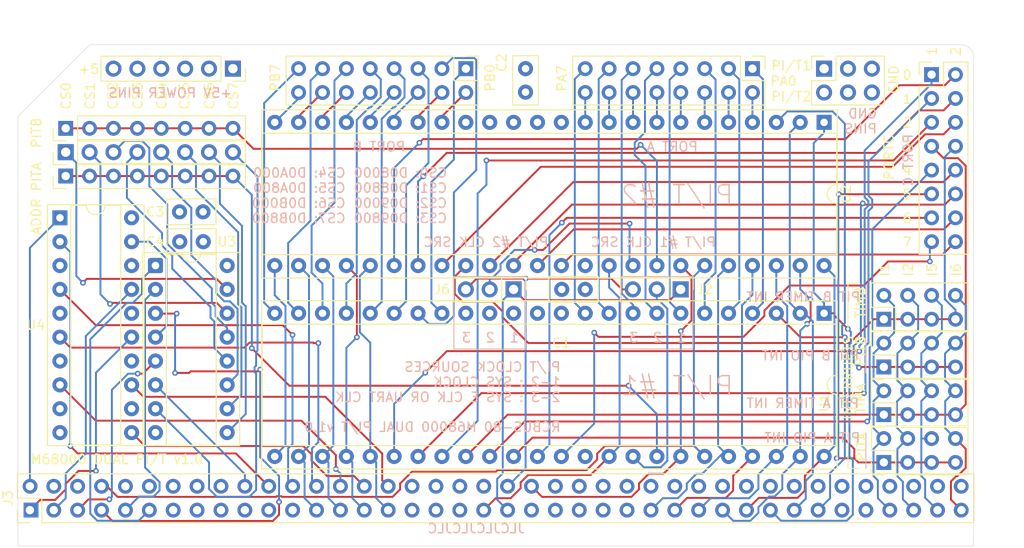
<source format=kicad_pcb>
(kicad_pcb (version 20241229) (generator "pcbnew") (generator_version "9.0")
  (layers (0 "F.Cu" signal) (4 "In1.Cu" power) (6 "In2.Cu" power) (2 "B.Cu" signal) (13 "F.Paste" user) (15 "B.Paste" user) (5 "F.SilkS" user "F.Silkscreen") (7 "B.SilkS" user "B.Silkscreen") (1 "F.Mask" user) (3 "B.Mask" user) (25 "Edge.Cuts" user))
  (net 0 "")
  (net 1 "+5V")
  (net 2 "GND")
  (net 3 "/~{DTACK}")
  (net 6 "/A5")
  (net 8 "/A1")
  (net 9 "/~{INT2}")
  (net 10 "/~{AS}")
  (net 11 "/~{INT6}")
  (net 13 "/A17")
  (net 14 "/A21")
  (net 15 "/A3")
  (net 16 "/D6")
  (net 17 "/D4")
  (net 20 "/CLOCK")
  (net 22 "/D7")
  (net 23 "/CLOCK2")
  (net 24 "/D0")
  (net 26 "/A2")
  (net 29 "/~{INT5}")
  (net 30 "/A15")
  (net 31 "/A4")
  (net 33 "/D3")
  (net 34 "/~{INT1}")
  (net 35 "/D1")
  (net 36 "/D2")
  (net 38 "/~{RESET}")
  (net 40 "/D5")
  (net 44 "/PC2_3")
  (net 45 "/PC2_1")
  (net 47 "/PC1_4")
  (net 48 "/PC1_2")
  (net 49 "/PC2_6")
  (net 50 "/PC2_4")
  (net 51 "/A20")
  (net 52 "/PC2_2")
  (net 53 "/PC1_3")
  (net 54 "/PC2_7")
  (net 55 "/PC1_1")
  (net 56 "/PC1_6")
  (net 57 "/PC1_0")
  (net 58 "/PC1_5")
  (net 59 "/PC2_0")
  (net 60 "/PA1_7")
  (net 61 "/PA1_0")
  (net 62 "/PA2_3")
  (net 63 "/PA1_2")
  (net 64 "/PA2_6")
  (net 65 "/PA1_1")
  (net 66 "/PA1_5")
  (net 67 "/PA1_3")
  (net 68 "/PA2_4")
  (net 69 "/PA2_2")
  (net 70 "/PA2_0")
  (net 71 "/PA1_6")
  (net 72 "/PA2_1")
  (net 73 "/PA2_7")
  (net 74 "/PA2_5")
  (net 75 "/PA1_4")
  (net 76 "/PB1_3")
  (net 77 "/PB1_1")
  (net 78 "/PB1_5")
  (net 79 "/PB1_2")
  (net 80 "/PB2_0")
  (net 81 "/PB1_4")
  (net 82 "/PB2_2")
  (net 83 "/PB2_6")
  (net 84 "/PB1_0")
  (net 85 "/PB2_5")
  (net 86 "/PB1_7")
  (net 87 "/PB2_4")
  (net 88 "/PB2_7")
  (net 89 "/PB2_3")
  (net 90 "/PB2_1")
  (net 91 "/PB1_6")
  (net 92 "/PC2_5")
  (net 93 "/PC1_7")
  (net 101 "/A11")
  (net 107 "/A23")
  (net 109 "/A14")
  (net 111 "/A18")
  (net 112 "/A16")
  (net 115 "/R{slash}~{W}")
  (net 116 "/A13")
  (net 119 "/A12")
  (net 122 "/A19")
  (net 135 "/A22")
  (net 136 "Net-(J7-Pin_2)")
  (net 137 "Net-(J7-Pin_3)")
  (net 138 "Net-(J7-Pin_7)")
  (net 139 "Net-(J7-Pin_4)")
  (net 140 "Net-(J7-Pin_6)")
  (net 141 "Net-(J7-Pin_8)")
  (net 142 "Net-(J7-Pin_5)")
  (net 143 "Net-(J7-Pin_1)")
  (net 144 "/~{PITA_CS}")
  (net 145 "/~{PITB_CS}")
  (net 146 "Net-(U3-E1)")
  (net 147 "/PITA_CLK")
  (net 148 "/PITB_CLK")
  (footprint "Connector_PinHeader_2.54mm:PinHeader_1x03_P2.54mm_Vertical" (layer "F.Cu") (at 197.47 97.155 -90)
    (property "Reference" "J2")
    (property "Value" "Conn_01x03")
  )
  (footprint "MyLibrary2023:DIP-48_W15.24mm_Socket" (layer "F.Cu") (at 212.725 79.375 -90)
    (property "Reference" "U2")
    (property "Value" "68230")
  )
  (footprint "Connector_PinSocket_2.54mm:PinSocket_1x06_P2.54mm_Vertical" (layer "F.Cu") (at 149.86 73.66 -90)
    (property "Reference" "J15" (hide yes))
    (property "Value" "Conn_01x06")
  )
  (footprint "MyLibrary2023:PinHeader_2x04_P2.54mm_Vertical" (layer "F.Cu") (at 219.075 115.57 90)
    (property "Reference" "J9" (hide yes))
    (property "Value" "Conn_02x04_Odd_Even")
  )
  (footprint "MyLibrary2023:PinHeader_2x04_P2.54mm_Vertical" (layer "F.Cu") (at 219.075 110.49 90)
    (property "Reference" "J8" (hide yes))
    (property "Value" "Conn_02x04_Odd_Even")
  )
  (footprint "MyLibrary2023:PinHeader_2x08_P2.54mm_Vertical" (layer "F.Cu") (at 205.105 73.66 -90)
    (property "Reference" "J1" (hide yes))
    (property "Value" "Conn_02x08_Odd_Even")
  )
  (footprint "Capacitor_THT:C_Disc_D5.0mm_W2.5mm_P2.50mm" (layer "F.Cu") (at 180.975 76.16 90)
    (property "Reference" "C2")
    (property "Value" "100n")
  )
  (footprint "Connector_PinHeader_2.54mm:PinHeader_1x08_P2.54mm_Vertical" (layer "F.Cu") (at 132.08 82.55 90)
    (property "Reference" "J7" (hide yes))
    (property "Value" "Conn_01x08")
  )
  (footprint "MyLibrary2023:PinHeader_2x08_P2.54mm_Vertical" (layer "F.Cu") (at 224.155 74.295)
    (property "Reference" "J5" (hide yes))
    (property "Value" "Conn_02x08_Odd_Even")
  )
  (footprint "MyLibrary2023:PinHeader_1x08_P2.54mm_Vertical" (layer "F.Cu") (at 132.08 80.01 90)
    (property "Reference" "J13" (hide yes))
    (property "Value" "Conn_01x08")
  )
  (footprint "MyLibrary2023:PinHeader_2x04_P2.54mm_Vertical" (layer "F.Cu") (at 219.075 100.33 90)
    (property "Reference" "J10" (hide yes))
    (property "Value" "Conn_02x04_Odd_Even")
  )
  (footprint "Capacitor_THT:C_Disc_D5.0mm_W2.5mm_P2.50mm" (layer "F.Cu") (at 184.825 97.155)
    (property "Reference" "C1")
    (property "Value" "100n")
  )
  (footprint "Package_DIP:DIP-16_W7.62mm_Socket" (layer "F.Cu") (at 141.625 94.615)
    (property "Reference" "U3")
    (property "Value" "74LS138")
  )
  (footprint "MyLibrary2023:DIP-20_W7.62mm_Socket" (layer "F.Cu") (at 131.465 89.535)
    (property "Reference" "U4")
    (property "Value" "74LS688")
  )
  (footprint "Connector_PinHeader_2.54mm:PinHeader_1x03_P2.54mm_Vertical" (layer "F.Cu") (at 179.705 97.155 -90)
    (property "Reference" "J6")
    (property "Value" "Conn_01x03")
  )
  (footprint "MyLibrary2023:DIP-48_W15.24mm_Socket" (layer "F.Cu") (at 212.725 99.695 -90)
    (property "Reference" "U1")
    (property "Value" "68230")
  )
  (footprint "Capacitor_THT:C_Disc_D5.0mm_W2.5mm_P2.50mm" (layer "F.Cu") (at 146.685 88.9 180)
    (property "Reference" "C3")
    (property "Value" "100n")
  )
  (footprint "Capacitor_THT:C_Disc_D5.0mm_W2.5mm_P2.50mm" (layer "F.Cu") (at 144.205 92.075)
    (property "Reference" "C4")
    (property "Value" "100n")
  )
  (footprint "MyLibrary2023:PinHeader_1x08_P2.54mm_Vertical" (layer "F.Cu") (at 132.08 85.09 90)
    (property "Reference" "J12" (hide yes))
    (property "Value" "Conn_01x08")
  )
  (footprint "MyLibrary2023:PinHeader_2x08_P2.54mm_Vertical" (layer "F.Cu") (at 174.625 73.66 -90)
    (property "Reference" "J4" (hide yes))
    (property "Value" "Conn_02x08_Odd_Even")
  )
  (footprint "MyLibrary2023:RCBus_80p_Medium" (layer "F.Cu") (at 127 124.46)
    (property "Reference" "J3")
    (property "Value" "RCBus_80PIN_68000")
    (fp_line (start 0 -45.72) (end 0 0) (stroke (width 0.05)) (layer "Edge.Cuts"))
    (fp_line (start 0 0) (end 101.6 0) (stroke (width 0.05)) (layer "Edge.Cuts"))
    (fp_line (start 7.62 -53.34) (end 0 -45.72) (stroke (width 0.05)) (layer "Edge.Cuts"))
    (fp_line (start 100.33 -53.34) (end 7.62 -53.34) (stroke (width 0.05)) (layer "Edge.Cuts"))
    (fp_line (start 101.6 0) (end 101.6 -52.07) (stroke (width 0.05)) (layer "Edge.Cuts"))
    (fp_arc (start 100.33 -53.34) (mid 101.228026 -52.968026) (end 101.6 -52.07) (stroke (width 0.05)) (layer "Edge.Cuts"))
  )
  (footprint "Connector_PinSocket_2.54mm:PinSocket_2x03_P2.54mm_Vertical" (layer "F.Cu") (at 212.725 73.66 90)
    (property "Reference" "J14" (hide yes))
    (property "Value" "Conn_02x03_Odd_Even")
  )
  (footprint "MyLibrary2023:PinHeader_2x04_P2.54mm_Vertical" (layer "F.Cu") (at 219.075 105.41 90)
    (property "Reference" "J11" (hide yes))
    (property "Value" "Conn_02x04_Odd_Even")
  )
  (gr_line (start 215.265 111.76) (end 215.265 116.205) (stroke (width 0.1)) (layer "F.SilkS"))
  (gr_line (start 215.265 116.205) (end 216.535 116.205) (stroke (width 0.1)) (layer "F.SilkS"))
  (gr_line (start 215.265 96.52) (end 216.535 96.52) (stroke (width 0.1)) (layer "F.SilkS"))
  (gr_line (start 215.265 101.6) (end 215.265 96.52) (stroke (width 0.1)) (layer "F.SilkS"))
  (gr_line (start 217.17 112.395) (end 217.17 116.205) (stroke (width 0.1)) (layer "B.SilkS"))
  (gr_rect (start 191.135 95.78) (end 198.755 103.505) (stroke (width 0.1)) (fill no) (layer "B.SilkS"))
  (gr_rect (start 173.355 95.78) (end 180.975 103.505) (stroke (width 0.1)) (fill no) (layer "B.SilkS"))
  (gr_line (start 217.17 102.235) (end 217.17 106.045) (stroke (width 0.1)) (layer "B.SilkS"))
  (gr_line (start 217.275 96.52) (end 217.275 100.965) (stroke (width 0.1)) (layer "B.SilkS"))
  (gr_text "CS1" (at 135.255 78.105 90) (layer "F.SilkS") (effects (font (size 1 1)) (justify left bottom)))
  (gr_text "7" (at 220.98 92.71 0) (layer "F.SilkS") (effects (font (size 1 1)) (justify left bottom)))
  (gr_text "PA0" (at 206.905 75.565 0) (layer "F.SilkS") (effects (font (size 1 1)) (justify left bottom)))
  (gr_text "5" (at 220.98 87.63 0) (layer "F.SilkS") (effects (font (size 1 1)) (justify left bottom)))
  (gr_text "CS0" (at 132.715 78.105 90) (layer "F.SilkS") (effects (font (size 1 1)) (justify left bottom)))
  (gr_text "3" (at 220.98 82.55 0) (layer "F.SilkS") (effects (font (size 1 1)) (justify left bottom)))
  (gr_text "4" (at 220.98 85.09 0) (layer "F.SilkS") (effects (font (size 1 1)) (justify left bottom)))
  (gr_text "PI/T2" (at 207.01 77.216 0) (layer "F.SilkS") (effects (font (size 1 1)) (justify left bottom)))
  (gr_text "ADDR PITA  PITB" (at 129.54 91.44 90) (layer "F.SilkS") (effects (font (size 1 1)) (justify left bottom)))
  (gr_text "CS3" (at 140.335 78.105 90) (layer "F.SilkS") (effects (font (size 1 1)) (justify left bottom)))
  (gr_text "2" (at 220.98 80.01 0) (layer "F.SilkS") (effects (font (size 1 1)) (justify left bottom)))
  (gr_text "PITB" (at 217.17 105.41 90) (layer "F.SilkS") (effects (font (size 1 1)) (justify left bottom)))
  (gr_text "PA7" (at 185.42 76.2 90) (layer "F.SilkS") (effects (font (size 1 1)) (justify left bottom)))
  (gr_text "I6" (at 227.33 95.885 90) (layer "F.SilkS") (effects (font (size 1 1)) (justify left bottom)))
  (gr_text "PITA" (at 217.297 115.57 90) (layer "F.SilkS") (effects (font (size 1 1)) (justify left bottom)))
  (gr_text "TIMB" (at 217.17 100.33 90) (layer "F.SilkS") (effects (font (size 1 1)) (justify left bottom)))
  (gr_text "CS7" (at 150.495 78.105 90) (layer "F.SilkS") (effects (font (size 1 1)) (justify left bottom)))
  (gr_text "PB0" (at 177.8 76.2 90) (layer "F.SilkS") (effects (font (size 1 1)) (justify left bottom)))
  (gr_text "INTERRUPTS" (at 215.9 111.125 90) (layer "F.SilkS") (effects (font (size 1 1)) (justify left bottom)))
  (gr_text "CS4" (at 142.875 78.105 90) (layer "F.SilkS") (effects (font (size 1 1)) (justify left bottom)))
  (gr_text "PB7" (at 154.94 76.2 90) (layer "F.SilkS") (effects (font (size 1 1)) (justify left bottom)))
  (gr_text "6" (at 220.98 90.17 0) (layer "F.SilkS") (effects (font (size 1 1)) (justify left bottom)))
  (gr_text "CS6" (at 147.955 78.105 90) (layer "F.SilkS") (effects (font (size 1 1)) (justify left bottom)))
  (gr_text "CS5" (at 145.288 78.105 90) (layer "F.SilkS") (effects (font (size 1 1)) (justify left bottom)))
  (gr_text "I2" (at 222.25 95.885 90) (layer "F.SilkS") (effects (font (size 1 1)) (justify left bottom)))
  (gr_text "+5" (at 133.35 74.295 0) (layer "F.SilkS") (effects (font (size 1 1)) (justify left bottom)))
  (gr_text "I5" (at 224.79 95.885 90) (layer "F.SilkS") (effects (font (size 1 1)) (justify left bottom)))
  (gr_text "0" (at 220.98 74.93 0) (layer "F.SilkS") (effects (font (size 1 1)) (justify left bottom)))
  (gr_text "PI/T1" (at 207.01 73.914 0) (layer "F.SilkS") (effects (font (size 1 1)) (justify left bottom)))
  (gr_text "1" (at 224.79 72.39 90) (layer "F.SilkS") (effects (font (size 1 1)) (justify left bottom)))
  (gr_text "1" (at 220.98 77.47 0) (layer "F.SilkS") (effects (font (size 1 1)) (justify left bottom)))
  (gr_text "2" (at 227.33 72.39 90) (layer "F.SilkS") (effects (font (size 1 1)) (justify left bottom)))
  (gr_text "M68000 DUAL PI/T v1.0" (at 128.27 115.824 0) (layer "F.SilkS") (effects (font (size 1 1)) (justify left bottom)))
  (gr_text "I1" (at 219.71 95.885 90) (layer "F.SilkS") (effects (font (size 1 1)) (justify left bottom)))
  (gr_text "PORTC" (at 220.218 85.598 90) (layer "F.SilkS") (effects (font (size 1 1)) (justify left bottom)))
  (gr_text "CS2" (at 137.668 78.105 90) (layer "F.SilkS") (effects (font (size 1 1)) (justify left bottom)))
  (gr_text "GND" (at 220.726 76.454 90) (layer "F.SilkS") (effects (font (size 1 1)) (justify left bottom)))
  (gr_text "TIMA" (at 217.17 110.49 90) (layer "F.SilkS") (effects (font (size 1 1)) (justify left bottom)))
  (gr_text "JLCJLCJLCJLC" (at 180.975 123.19 0) (layer "B.SilkS") (effects (font (size 1 1)) (justify left bottom mirror)))
  (gr_text "+5V POWER PINS" (at 149.86 76.835 0) (layer "B.SilkS") (effects (font (size 1 1)) (justify left bottom mirror)))
  (gr_text "PORT A" (at 199.39 82.55 0) (layer "B.SilkS") (effects (font (size 1 1)) (justify left bottom mirror)))
  (gr_text "PI/T #1" (at 203.2 108.585 0) (layer "B.SilkS") (effects (font (size 2 2)) (justify left bottom mirror)))
  (gr_text "2" (at 195.58 102.87 0) (layer "B.SilkS") (effects (font (size 1 1)) (justify left bottom mirror)))
  (gr_text "1" (at 198.12 102.87 0) (layer "B.SilkS") (effects (font (size 1 1)) (justify left bottom mirror)))
  (gr_text "1" (at 180.34 102.87 0) (layer "B.SilkS") (effects (font (size 1 1)) (justify left bottom mirror)))
  (gr_text "PI/T CLOCK SOURCES\n1-2 : SYS CLOCK\n2-3 : SYS E CLK OR UART CLK" (at 184.785 109.22 0) (layer "B.SilkS") (effects (font (size 1 1)) (justify left bottom mirror)))
  (gr_text "3" (at 193.04 102.87 0) (layer "B.SilkS") (effects (font (size 1 1)) (justify left bottom mirror)))
  (gr_text "PI/T #2 CLK SRC" (at 183.515 92.71 0) (layer "B.SilkS") (effects (font (size 1 1)) (justify left bottom mirror)))
  (gr_text "PIT A TIMER INT" (at 216.535 109.855 0) (layer "B.SilkS") (effects (font (size 1 1)) (justify left bottom mirror)))
  (gr_text "PI/T #1 CLK SRC" (at 201.295 92.71 0) (layer "B.SilkS") (effects (font (size 1 1)) (justify left bottom mirror)))
  (gr_text "CS0: D08000\nCS1: D08800\nCS2: D09000\nCS3: D09800\n" (at 172.72 90.17 0) (layer "B.SilkS") (effects (font (size 1 1)) (justify left bottom mirror)))
  (gr_text "PIT B TIMER INT" (at 216.662 98.552 0) (layer "B.SilkS") (effects (font (size 1 1)) (justify left bottom mirror)))
  (gr_text "PIT A PIO INT" (at 216.662 113.538 0) (layer "B.SilkS") (effects (font (size 1 1)) (justify left bottom mirror)))
  (gr_text "PIT B PIO INT" (at 216.535 104.775 0) (layer "B.SilkS") (effects (font (size 1 1)) (justify left bottom mirror)))
  (gr_text "PI/T #2" (at 203.2 88.265 0) (layer "B.SilkS") (effects (font (size 2 2)) (justify left bottom mirror)))
  (gr_text "GND\nPINS" (at 218.44 80.645 0) (layer "B.SilkS") (effects (font (size 1 1)) (justify left bottom mirror)))
  (gr_text "CS4: D0A000\nCS5: D0A800\nCS6: D0B000\nCS7: D0B800" (at 161.925 90.17 0) (layer "B.SilkS") (effects (font (size 1 1)) (justify left bottom mirror)))
  (gr_text "2" (at 177.8 102.87 0) (layer "B.SilkS") (effects (font (size 1 1)) (justify left bottom mirror)))
  (gr_text "PORT C" (at 222.25 80.518 90) (layer "B.SilkS") (effects (font (size 1 1)) (justify left bottom mirror)))
  (gr_text "3" (at 175.26 102.87 0) (layer "B.SilkS") (effects (font (size 1 1)) (justify left bottom mirror)))
  (gr_text "RCBUS-80 M68000 DUAL PI/T v1.0" (at 184.785 112.395 0) (layer "B.SilkS") (effects (font (size 1 1)) (justify left bottom mirror)))
  (gr_text "PORT B" (at 168.275 82.55 0) (layer "B.SilkS") (effects (font (size 1 1)) (justify left bottom mirror)))
  (segment (start 198.6226 100.4624) (end 197.485 101.6) (width 0.2032) (layer "F.Cu") (net 3))
  (segment (start 192.2375 119.2361) (end 193.04 118.4336) (width 0.2032) (layer "F.Cu") (net 3))
  (segment (start 194.0576 116.7887) (end 195.6313 116.7887) (width 0.2032) (layer "F.Cu") (net 3))
  (segment (start 181.61 118.11) (end 182.7361 119.2361) (width 0.2032) (layer "F.Cu") (net 3))
  (segment (start 193.04 117.8063) (end 194.0576 116.7887) (width 0.2032) (layer "F.Cu") (net 3))
  (segment (start 195.6313 116.7887) (end 197.485 114.935) (width 0.2032) (layer "F.Cu") (net 3))
  (segment (start 193.04 118.4336) (end 193.04 117.8063) (width 0.2032) (layer "F.Cu") (net 3))
  (segment (start 197.485 94.615) (end 198.6226 95.7526) (width 0.2032) (layer "F.Cu") (net 3))
  (segment (start 182.7361 119.2361) (end 192.2375 119.2361) (width 0.2032) (layer "F.Cu") (net 3))
  (segment (start 198.6226 95.7526) (end 198.6226 100.4624) (width 0.2032) (layer "F.Cu") (net 3))
  (via (at 197.485 101.6) (size 0.6) (drill 0.3) (layers "F.Cu" "B.Cu") (net 3))
  (segment (start 197.485 101.6) (end 197.485 114.935) (width 0.2032) (layer "B.Cu") (net 3))
  (segment (start 155.4503 98.921) (end 155.4503 113.7221) (width 0.2032) (layer "B.Cu") (net 6))
  (segment (start 154.305 97.7757) (end 155.4503 98.921) (width 0.2032) (layer "B.Cu") (net 6))
  (segment (start 155.4503 113.7221) (end 154.305 114.8674) (width 0.2032) (layer "B.Cu") (net 6))
  (segment (start 154.305 94.615) (end 154.305 97.7757) (width 0.2032) (layer "B.Cu") (net 6))
  (segment (start 164.465 114.935) (end 164.465 102.8217) (width 0.2032) (layer "B.Cu") (net 8))
  (segment (start 164.465 102.8217) (end 163.3537 101.7104) (width 0.2032) (layer "B.Cu") (net 8))
  (segment (start 163.3537 101.7104) (end 163.3537 95.7263) (width 0.2032) (layer "B.Cu") (net 8))
  (segment (start 165.1 119.38) (end 166.37 120.65) (width 0.2032) (layer "B.Cu") (net 8))
  (segment (start 164.465 114.935) (end 165.1 115.57) (width 0.2032) (layer "B.Cu") (net 8))
  (segment (start 163.3537 95.7263) (end 164.465 94.615) (width 0.2032) (layer "B.Cu") (net 8))
  (segment (start 165.1 115.57) (end 165.1 119.38) (width 0.2032) (layer "B.Cu") (net 8))
  (segment (start 221.615 113.03) (end 220.5243 114.1207) (width 0.2032) (layer "B.Cu") (net 9))
  (segment (start 220.5243 117.0511) (end 221.0993 117.6261) (width 0.2032) (layer "B.Cu") (net 9))
  (segment (start 220.518 103.967) (end 220.518 106.853) (width 0.2032) (layer "B.Cu") (net 9))
  (segment (start 221.615 107.95) (end 220.4672 109.0978) (width 0.2032) (layer "B.Cu") (net 9))
  (segment (start 221.0993 117.6261) (end 221.0993 119.4993) (width 0.2032) (layer "B.Cu") (net 9))
  (segment (start 222.7262 101.7588) (end 221.615 102.87) (width 0.2032) (layer "B.Cu") (net 9))
  (segment (start 221.615 97.79) (end 222.7262 98.9012) (width 0.2032) (layer "B.Cu") (net 9))
  (segment (start 220.4672 109.0978) (end 220.4672 111.8822) (width 0.2032) (layer "B.Cu") (net 9))
  (segment (start 222.7262 98.9012) (end 222.7262 101.7588) (width 0.2032) (layer "B.Cu") (net 9))
  (segment (start 221.0993 119.4993) (end 222.25 120.65) (width 0.2032) (layer "B.Cu") (net 9))
  (segment (start 220.5243 114.1207) (end 220.5243 117.0511) (width 0.2032) (layer "B.Cu") (net 9))
  (segment (start 220.4672 111.8822) (end 221.615 113.03) (width 0.2032) (layer "B.Cu") (net 9))
  (segment (start 220.518 106.853) (end 221.615 107.95) (width 0.2032) (layer "B.Cu") (net 9))
  (segment (start 221.615 102.87) (end 220.518 103.967) (width 0.2032) (layer "B.Cu") (net 9))
  (segment (start 131.465 89.535) (end 128.27 92.73) (width 0.2032) (layer "B.Cu") (net 10))
  (segment (start 128.27 92.73) (end 128.27 118.11) (width 0.2032) (layer "B.Cu") (net 10))
  (segment (start 226.7861 117.0193) (end 226.9112 117.0193) (width 0.2032) (layer "F.Cu") (net 11))
  (segment (start 227.7857 114.1207) (end 226.695 113.03) (width 0.2032) (layer "F.Cu") (net 11))
  (segment (start 226.9112 117.0193) (end 227.7857 116.1448) (width 0.2032) (layer "F.Cu") (net 11))
  (segment (start 226.2139 117.5915) (end 226.7861 117.0193) (width 0.2032) (layer "F.Cu") (net 11))
  (segment (start 227.7857 116.1448) (end 227.7857 114.1207) (width 0.2032) (layer "F.Cu") (net 11))
  (segment (start 226.2139 119.5339) (end 226.2139 117.5915) (width 0.2032) (layer "F.Cu") (net 11))
  (segment (start 227.33 120.65) (end 226.2139 119.5339) (width 0.2032) (layer "F.Cu") (net 11))
  (segment (start 226.695 107.95) (end 225.6043 109.0407) (width 0.2032) (layer "B.Cu") (net 11))
  (segment (start 225.6043 109.0407) (end 225.6043 111.9393) (width 0.2032) (layer "B.Cu") (net 11))
  (segment (start 225.5837 106.8387) (end 225.5837 103.9813) (width 0.2032) (layer "B.Cu") (net 11))
  (segment (start 225.6043 111.9393) (end 226.695 113.03) (width 0.2032) (layer "B.Cu") (net 11))
  (segment (start 227.8057 101.7593) (end 226.695 102.87) (width 0.2032) (layer "B.Cu") (net 11))
  (segment (start 227.8057 98.9007) (end 227.8057 101.7593) (width 0.2032) (layer "B.Cu") (net 11))
  (segment (start 226.695 97.79) (end 227.8057 98.9007) (width 0.2032) (layer "B.Cu") (net 11))
  (segment (start 226.695 107.95) (end 225.5837 106.8387) (width 0.2032) (layer "B.Cu") (net 11))
  (segment (start 225.5837 103.9813) (end 226.695 102.87) (width 0.2032) (layer "B.Cu") (net 11))
  (segment (start 165.735 114.6372) (end 159.6828 108.585) (width 0.2032) (layer "F.Cu") (net 13))
  (segment (start 140.355 108.585) (end 139.085 107.315) (width 0.2032) (layer "F.Cu") (net 13))
  (segment (start 165.735 117.475) (end 165.735 114.6372) (width 0.2032) (layer "F.Cu") (net 13))
  (segment (start 159.6828 108.585) (end 140.355 108.585) (width 0.2032) (layer "F.Cu") (net 13))
  (segment (start 166.37 118.11) (end 165.735 117.475) (width 0.2032) (layer "F.Cu") (net 13))
  (segment (start 155.1567 100.965) (end 156.197 102.0053) (width 0.2032) (layer "F.Cu") (net 14))
  (segment (start 131.465 97.155) (end 135.275 100.965) (width 0.2032) (layer "F.Cu") (net 14))
  (segment (start 135.275 100.965) (end 155.1567 100.965) (width 0.2032) (layer "F.Cu") (net 14))
  (via (at 156.197 102.0053) (size 0.6) (drill 0.3) (layers "F.Cu" "B.Cu") (net 14))
  (segment (start 155.7305 114.08) (end 155.7305 117.6305) (width 0.2032) (layer "B.Cu") (net 14))
  (segment (start 156.197 102.0053) (end 156.197 113.6135) (width 0.2032) (layer "B.Cu") (net 14))
  (segment (start 156.197 113.6135) (end 155.7305 114.08) (width 0.2032) (layer "B.Cu") (net 14))
  (segment (start 160.02 115.57) (end 159.385 114.935) (width 0.2032) (layer "B.Cu") (net 15))
  (segment (start 161.29 120.65) (end 160.02 119.38) (width 0.2032) (layer "B.Cu") (net 15))
  (segment (start 159.385 114.935) (end 160.5376 113.7824) (width 0.2032) (layer "B.Cu") (net 15))
  (segment (start 160.5376 113.7824) (end 160.5376 95.7676) (width 0.2032) (layer "B.Cu") (net 15))
  (segment (start 160.02 119.38) (end 160.02 115.57) (width 0.2032) (layer "B.Cu") (net 15))
  (segment (start 160.5376 95.7676) (end 159.385 94.615) (width 0.2032) (layer "B.Cu") (net 15))
  (segment (start 211.5273 116.7803) (end 211.5273 100.5677) (width 0.2032) (layer "B.Cu") (net 16))
  (segment (start 209.0737 98.5837) (end 210.185 99.695) (width 0.2032) (layer "B.Cu") (net 16))
  (segment (start 211.5273 100.5677) (end 210.6546 99.695) (width 0.2032) (layer "B.Cu") (net 16))
  (segment (start 209.55 120.65) (end 210.7719 119.4281) (width 0.2032) (layer "B.Cu") (net 16))
  (segment (start 210.7719 117.5357) (end 211.5273 116.7803) (width 0.2032) (layer "B.Cu") (net 16))
  (segment (start 210.7719 119.4281) (end 210.7719 117.5357) (width 0.2032) (layer "B.Cu") (net 16))
  (segment (start 209.0737 80.4863) (end 209.0737 98.5837) (width 0.2032) (layer "B.Cu") (net 16))
  (segment (start 210.185 79.375) (end 209.0737 80.4863) (width 0.2032) (layer "B.Cu") (net 16))
  (segment (start 210.6773 118.5667) (end 210.6773 116.9827) (width 0.2032) (layer "F.Cu") (net 17))
  (segment (start 204.47 120.65) (end 205.7737 119.3463) (width 0.2032) (layer "F.Cu") (net 17))
  (segment (start 209.8977 119.3463) (end 210.6773 118.5667) (width 0.2032) (layer "F.Cu") (net 17))
  (segment (start 210.6773 116.9827) (end 212.725 114.935) (width 0.2032) (layer "F.Cu") (net 17))
  (segment (start 205.7737 119.3463) (end 209.8977 119.3463) (width 0.2032) (layer "F.Cu") (net 17))
  (segment (start 212.725 94.615) (end 213.8283 95.7183) (width 0.2032) (layer "B.Cu") (net 17))
  (segment (start 213.8283 113.8317) (end 212.725 114.935) (width 0.2032) (layer "B.Cu") (net 17))
  (segment (start 213.8283 95.7183) (end 213.8283 113.8317) (width 0.2032) (layer "B.Cu") (net 17))
  (segment (start 180.8583 98.3083) (end 179.705 97.155) (width 0.2032) (layer "F.Cu") (net 20))
  (segment (start 196.3167 98.3083) (end 180.8583 98.3083) (width 0.2032) (layer "F.Cu") (net 20))
  (segment (start 197.47 97.155) (end 196.3167 98.3083) (width 0.2032) (layer "F.Cu") (net 20))
  (segment (start 178.5517 116.7359) (end 177.962 117.3256) (width 0.2032) (layer "B.Cu") (net 20))
  (segment (start 179.705 97.155) (end 178.5517 98.3083) (width 0.2032) (layer "B.Cu") (net 20))
  (segment (start 177.962 117.3256) (end 177.962 119.542) (width 0.2032) (layer "B.Cu") (net 20))
  (segment (start 178.5517 98.3083) (end 178.5517 116.7359) (width 0.2032) (layer "B.Cu") (net 20))
  (segment (start 177.962 119.542) (end 179.07 120.65) (width 0.2032) (layer "B.Cu") (net 20))
  (segment (start 210.2012 102.2512) (end 207.645 99.695) (width 0.2032) (layer "F.Cu") (net 22))
  (segment (start 214.9288 102.2512) (end 210.2012 102.2512) (width 0.2032) (layer "F.Cu") (net 22))
  (via (at 214.9288 102.2512) (size 0.6) (drill 0.3) (layers "F.Cu" "B.Cu") (net 22))
  (segment (start 214.6447 101.0293) (end 214.6447 101.9671) (width 0.2032) (layer "B.Cu") (net 22))
  (segment (start 213.36 119.38) (end 212.09 120.65) (width 0.2032) (layer "B.Cu") (net 22))
  (segment (start 213.6337 78.2191) (end 214.9288 79.5142) (width 0.2032) (layer "B.Cu") (net 22))
  (segment (start 214.6447 101.9671) (end 214.9288 102.2512) (width 0.2032) (layer "B.Cu") (net 22))
  (segment (start 214.9288 79.5142) (end 214.9288 100.7452) (width 0.2032) (layer "B.Cu") (net 22))
  (segment (start 214.9288 115.1234) (end 213.36 116.6922) (width 0.2032) (layer "B.Cu") (net 22))
  (segment (start 208.8009 78.2191) (end 213.6337 78.2191) (width 0.2032) (layer "B.Cu") (net 22))
  (segment (start 214.9288 102.2512) (end 214.9288 115.1234) (width 0.2032) (layer "B.Cu") (net 22))
  (segment (start 214.9288 100.7452) (end 214.6447 101.0293) (width 0.2032) (layer "B.Cu") (net 22))
  (segment (start 207.645 79.375) (end 208.8009 78.2191) (width 0.2032) (layer "B.Cu") (net 22))
  (segment (start 213.36 116.6922) (end 213.36 119.38) (width 0.2032) (layer "B.Cu") (net 22))
  (segment (start 175.7783 96.0017) (end 180.9828 96.0017) (width 0.2032) (layer "F.Cu") (net 23))
  (segment (start 190.0834 96.0017) (end 191.2367 97.155) (width 0.2032) (layer "F.Cu") (net 23))
  (segment (start 192.39 97.155) (end 191.2367 97.155) (width 0.2032) (layer "F.Cu") (net 23))
  (segment (start 180.9828 96.0017) (end 190.0834 96.0017) (width 0.2032) (layer "F.Cu") (net 23))
  (segment (start 174.625 97.155) (end 175.7783 96.0017) (width 0.2032) (layer "F.Cu") (net 23))
  (via (at 180.9828 96.0017) (size 0.6) (drill 0.3) (layers "F.Cu" "B.Cu") (net 23))
  (segment (start 180.9828 116.1972) (end 179.07 118.11) (width 0.2032) (layer "B.Cu") (net 23))
  (segment (start 180.9828 96.0017) (end 180.9828 116.1972) (width 0.2032) (layer "B.Cu") (net 23))
  (segment (start 195.58 119.38) (end 197.1736 119.38) (width 0.2032) (layer "B.Cu") (net 24))
  (segment (start 198.12 118.4336) (end 198.12 117.8063) (width 0.2032) (layer "B.Cu") (net 24))
  (segment (start 194.31 120.65) (end 195.58 119.38) (width 0.2032) (layer "B.Cu") (net 24))
  (segment (start 201.4537 95.7263) (end 201.4537 113.8237) (width 0.2032) (layer "B.Cu") (net 24))
  (segment (start 202.565 94.615) (end 201.4537 95.7263) (width 0.2032) (layer "B.Cu") (net 24))
  (segment (start 198.12 117.8063) (end 199.1376 116.7887) (width 0.2032) (layer "B.Cu") (net 24))
  (segment (start 199.7592 116.7887) (end 202.089 114.4589) (width 0.2032) (layer "B.Cu") (net 24))
  (segment (start 201.4537 113.8237) (end 202.089 114.4589) (width 0.2032) (layer "B.Cu") (net 24))
  (segment (start 199.1376 116.7887) (end 199.7592 116.7887) (width 0.2032) (layer "B.Cu") (net 24))
  (segment (start 197.1736 119.38) (end 198.12 118.4336) (width 0.2032) (layer "B.Cu") (net 24))
  (segment (start 161.925 94.615) (end 163.0413 95.7313) (width 0.2032) (layer "F.Cu") (net 26))
  (segment (start 163.0413 95.7313) (end 163.0413 102.2512) (width 0.2032) (layer "F.Cu") (net 26))
  (via (at 163.0413 102.2512) (size 0.6) (drill 0.3) (layers "F.Cu" "B.Cu") (net 26))
  (segment (start 162.56 115.57) (end 161.925 114.935) (width 0.2032) (layer "B.Cu") (net 26))
  (segment (start 163.0413 102.2512) (end 161.925 103.3675) (width 0.2032) (layer "B.Cu") (net 26))
  (segment (start 163.83 120.65) (end 162.56 119.38) (width 0.2032) (layer "B.Cu") (net 26))
  (segment (start 162.56 119.38) (end 162.56 115.57) (width 0.2032) (layer "B.Cu") (net 26))
  (segment (start 161.925 103.3675) (end 161.925 114.935) (width 0.2032) (layer "B.Cu") (net 26))
  (segment (start 224.79 120.65) (end 223.4694 119.3294) (width 0.2032) (layer "B.Cu") (net 29))
  (segment (start 223.4694 117.4244) (end 223.0643 117.0193) (width 0.2032) (layer "B.Cu") (net 29))
  (segment (start 225.2457 101.7793) (end 224.155 102.87) (width 0.2032) (layer "B.Cu") (net 29))
  (segment (start 223.0643 117.0193) (end 223.0643 113.03) (width 0.2032) (layer "B.Cu") (net 29))
  (segment (start 223.0643 106.8593) (end 224.155 107.95) (width 0.2032) (layer "B.Cu") (net 29))
  (segment (start 224.155 113.03) (end 223.0643 113.03) (width 0.2032) (layer "B.Cu") (net 29))
  (segment (start 223.0643 113.03) (end 223.0643 109.0407) (width 0.2032) (layer "B.Cu") (net 29))
  (segment (start 224.155 97.79) (end 225.2457 98.8807) (width 0.2032) (layer "B.Cu") (net 29))
  (segment (start 223.0643 109.0407) (end 224.155 107.95) (width 0.2032) (layer "B.Cu") (net 29))
  (segment (start 224.155 102.87) (end 223.0643 103.9607) (width 0.2032) (layer "B.Cu") (net 29))
  (segment (start 225.2457 98.8807) (end 225.2457 101.7793) (width 0.2032) (layer "B.Cu") (net 29))
  (segment (start 223.0643 103.9607) (end 223.0643 106.8593) (width 0.2032) (layer "B.Cu") (net 29))
  (segment (start 223.4694 119.3294) (end 223.4694 117.4244) (width 0.2032) (layer "B.Cu") (net 29))
  (segment (start 130.81 120.65) (end 132.08 119.38) (width 0.2032) (layer "B.Cu") (net 30))
  (segment (start 132.08 116.7353) (end 134.2167 114.5986) (width 0.2032) (layer "B.Cu") (net 30))
  (segment (start 134.2167 114.5986) (end 134.2167 102.1268) (width 0.2032) (layer "B.Cu") (net 30))
  (segment (start 132.08 119.38) (end 132.08 116.7353) (width 0.2032) (layer "B.Cu") (net 30))
  (segment (start 134.2167 102.1268) (end 139.085 97.2585) (width 0.2032) (layer "B.Cu") (net 30))
  (segment (start 158.75 120.65) (end 157.48 119.38) (width 0.2032) (layer "B.Cu") (net 31))
  (segment (start 156.845 94.615) (end 157.9508 95.7208) (width 0.2032) (layer "B.Cu") (net 31))
  (segment (start 157.48 115.57) (end 156.845 114.935) (width 0.2032) (layer "B.Cu") (net 31))
  (segment (start 157.48 119.38) (end 157.48 115.57) (width 0.2032) (layer "B.Cu") (net 31))
  (segment (start 157.9508 95.7208) (end 157.9508 113.7912) (width 0.2032) (layer "B.Cu") (net 31))
  (segment (start 157.9508 113.7912) (end 156.845 114.897) (width 0.2032) (layer "B.Cu") (net 31))
  (segment (start 211.2584 98.2116) (end 211.2883 98.2415) (width 0.2032) (layer "F.Cu") (net 33))
  (segment (start 211.2883 98.2415) (end 211.2883 100.4533) (width 0.2032) (layer "F.Cu") (net 33))
  (segment (start 211.2883 100.4533) (end 210.924 100.8176) (width 0.2032) (layer "F.Cu") (net 33))
  (via (at 211.2584 98.2116) (size 0.6) (drill 0.3) (layers "F.Cu" "B.Cu") (net 33))
  (via (at 210.924 100.8176) (size 0.6) (drill 0.3) (layers "F.Cu" "B.Cu") (net 33))
  (segment (start 210.185 114.935) (end 208.28 116.84) (width 0.2032) (layer "B.Cu") (net 33))
  (segment (start 205.74 120.9286) (end 204.885 121.7836) (width 0.2032) (layer "B.Cu") (net 33))
  (segment (start 204.885 121.7836) (end 203.0636 121.7836) (width 0.2032) (layer "B.Cu") (net 33))
  (segment (start 210.924 100.8176) (end 210.185 101.5566) (width 0.2032) (layer "B.Cu") (net 33))
  (segment (start 210.185 101.5566) (end 210.185 114.935) (width 0.2032) (layer "B.Cu") (net 33))
  (segment (start 210.185 97.1382) (end 211.2584 98.2116) (width 0.2032) (layer "B.Cu") (net 33))
  (segment (start 205.74 120.3394) (end 205.74 120.9286) (width 0.2032) (layer "B.Cu") (net 33))
  (segment (start 208.28 116.84) (end 208.28 118.3913) (width 0.2032) (layer "B.Cu") (net 33))
  (segment (start 203.0636 121.7836) (end 201.93 120.65) (width 0.2032) (layer "B.Cu") (net 33))
  (segment (start 208.28 118.3913) (end 207.4706 119.2007) (width 0.2032) (layer "B.Cu") (net 33))
  (segment (start 206.8787 119.2007) (end 205.74 120.3394) (width 0.2032) (layer "B.Cu") (net 33))
  (segment (start 207.4706 119.2007) (end 206.8787 119.2007) (width 0.2032) (layer "B.Cu") (net 33))
  (segment (start 210.185 94.615) (end 210.185 97.1382) (width 0.2032) (layer "B.Cu") (net 33))
  (segment (start 220.1657 101.7793) (end 219.075 102.87) (width 0.2032) (layer "B.Cu") (net 34))
  (segment (start 218.44 119.38) (end 218.44 117.475) (width 0.2032) (layer "B.Cu") (net 34))
  (segment (start 219.075 113.03) (end 217.9843 111.9393) (width 0.2032) (layer "B.Cu") (net 34))
  (segment (start 217.9777 114.1273) (end 219.075 113.03) (width 0.2032) (layer "B.Cu") (net 34))
  (segment (start 217.9843 111.9393) (end 217.9843 109.0407) (width 0.2032) (layer "B.Cu") (net 34))
  (segment (start 220.1657 98.8807) (end 220.1657 101.7793) (width 0.2032) (layer "B.Cu") (net 34))
  (segment (start 219.075 97.79) (end 220.1657 98.8807) (width 0.2032) (layer "B.Cu") (net 34))
  (segment (start 218.44 117.475) (end 217.9777 117.0127) (width 0.2032) (layer "B.Cu") (net 34))
  (segment (start 217.9843 106.8593) (end 219.075 107.95) (width 0.2032) (layer "B.Cu") (net 34))
  (segment (start 219.71 120.65) (end 218.44 119.38) (width 0.2032) (layer "B.Cu") (net 34))
  (segment (start 217.9843 103.9607) (end 217.9843 106.8593) (width 0.2032) (layer "B.Cu") (net 34))
  (segment (start 219.075 102.87) (end 217.9843 103.9607) (width 0.2032) (layer "B.Cu") (net 34))
  (segment (start 217.9843 109.0407) (end 219.075 107.95) (width 0.2032) (layer "B.Cu") (net 34))
  (segment (start 217.9777 117.0127) (end 217.9777 114.1273) (width 0.2032) (layer "B.Cu") (net 34))
  (segment (start 198.1537 119.3463) (end 202.2777 119.3463) (width 0.2032) (layer "F.Cu") (net 35))
  (segment (start 203.0573 118.5667) (end 203.0573 116.9827) (width 0.2032) (layer "F.Cu") (net 35))
  (segment (start 196.85 120.65) (end 198.1537 119.3463) (width 0.2032) (layer "F.Cu") (net 35))
  (segment (start 203.0573 116.9827) (end 205.105 114.935) (width 0.2032) (layer "F.Cu") (net 35))
  (segment (start 202.2777 119.3463) (end 203.0573 118.5667) (width 0.2032) (layer "F.Cu") (net 35))
  (segment (start 205.105 94.615) (end 205.105 97.7255) (width 0.2032) (layer "B.Cu") (net 35))
  (segment (start 203.9937 113.8237) (end 205.105 114.935) (width 0.2032) (layer "B.Cu") (net 35))
  (segment (start 205.105 97.7255) (end 203.9937 98.8368) (width 0.2032) (layer "B.Cu") (net 35))
  (segment (start 203.9937 98.8368) (end 203.9937 113.8237) (width 0.2032) (layer "B.Cu") (net 35))
  (segment (start 200.66 119.38) (end 204.7482 119.38) (width 0.2032) (layer "B.Cu") (net 36))
  (segment (start 204.7482 119.38) (end 205.74 118.3882) (width 0.2032) (layer "B.Cu") (net 36))
  (segment (start 205.74 116.84) (end 207.645 114.935) (width 0.2032) (layer "B.Cu") (net 36))
  (segment (start 205.74 118.3882) (end 205.74 116.84) (width 0.2032) (layer "B.Cu") (net 36))
  (segment (start 207.645 97.7751) (end 207.645 94.615) (width 0.2032) (layer "B.Cu") (net 36))
  (segment (start 207.645 114.935) (end 208.8015 113.7785) (width 0.2032) (layer "B.Cu") (net 36))
  (segment (start 208.8015 98.9316) (end 207.645 97.7751) (width 0.2032) (layer "B.Cu") (net 36))
  (segment (start 199.39 120.65) (end 200.66 119.38) (width 0.2032) (layer "B.Cu") (net 36))
  (segment (start 208.8015 113.7785) (end 208.8015 98.9316) (width 0.2032) (layer "B.Cu") (net 36))
  (segment (start 187.8953 116.9047) (end 189.865 114.935) (width 0.2032) (layer "F.Cu") (net 38))
  (segment (start 179.3936 119.38) (end 180.4561 118.3175) (width 0.2032) (layer "F.Cu") (net 38))
  (segment (start 180.4561 117.6993) (end 181.2507 116.9047) (width 0.2032) (layer "F.Cu") (net 38))
  (segment (start 180.4561 118.3175) (end 180.4561 117.6993) (width 0.2032) (layer "F.Cu") (net 38))
  (segment (start 181.2507 116.9047) (end 187.8953 116.9047) (width 0.2032) (layer "F.Cu") (net 38))
  (segment (start 177.8 119.38) (end 179.3936 119.38) (width 0.2032) (layer "F.Cu") (net 38))
  (segment (start 176.53 120.65) (end 177.8 119.38) (width 0.2032) (layer "F.Cu") (net 38))
  (segment (start 190.9747 98.0651) (end 190.9747 113.8253) (width 0.2032) (layer "B.Cu") (net 38))
  (segment (start 189.865 94.615) (end 189.865 96.9554) (width 0.2032) (layer "B.Cu") (net 38))
  (segment (start 190.9747 113.8253) (end 189.865 114.935) (width 0.2032) (layer "B.Cu") (net 38))
  (segment (start 189.865 96.9554) (end 190.9747 98.0651) (width 0.2032) (layer "B.Cu") (net 38))
  (segment (start 213.8283 99.9379) (end 213.8283 99.695) (width 0.2032) (layer "F.Cu") (net 40))
  (segment (start 215.248 101.3576) (end 213.8283 99.9379) (width 0.2032) (layer "F.Cu") (net 40))
  (segment (start 212.725 99.695) (end 213.8283 99.695) (width 0.2032) (layer "F.Cu") (net 40))
  (via (at 215.248 101.3576) (size 0.6) (drill 0.3) (layers "F.Cu" "B.Cu") (net 40))
  (segment (start 211.6217 81.5816) (end 212.725 80.4783) (width 0.2032) (layer "B.Cu") (net 40))
  (segment (start 211.6217 97.4884) (end 211.6217 81.5816) (width 0.2032) (layer "B.Cu") (net 40))
  (segment (start 212.725 79.375) (end 212.725 80.4783) (width 0.2032) (layer "B.Cu") (net 40))
  (segment (start 215.4164 114.9424) (end 215.778 115.304) (width 0.2032) (layer "B.Cu") (net 40))
  (segment (start 215.1281 121.7769) (end 208.1369 121.7769) (width 0.2032) (layer "B.Cu") (net 40))
  (segment (start 215.4164 103.0232) (end 215.4164 114.9424) (width 0.2032) (layer "B.Cu") (net 40))
  (segment (start 212.725 98.5917) (end 211.6217 97.4884) (width 0.2032) (layer "B.Cu") (net 40))
  (segment (start 215.5672 101.6768) (end 215.5672 102.8724) (width 0.2032) (layer "B.Cu") (net 40))
  (segment (start 215.778 115.304) (end 215.778 121.127) (width 0.2032) (layer "B.Cu") (net 40))
  (segment (start 215.778 121.127) (end 215.1281 121.7769) (width 0.2032) (layer "B.Cu") (net 40))
  (segment (start 215.5672 102.8724) (end 215.4164 103.0232) (width 0.2032) (layer "B.Cu") (net 40))
  (segment (start 215.248 101.3576) (end 215.5672 101.6768) (width 0.2032) (layer "B.Cu") (net 40))
  (segment (start 212.725 99.695) (end 212.725 98.5917) (width 0.2032) (layer "B.Cu") (net 40))
  (segment (start 208.1369 121.7769) (end 207.01 120.65) (width 0.2032) (layer "B.Cu") (net 40))
  (segment (start 219.075 100.33) (end 217.9843 100.33) (width 0.2032) (layer "F.Cu") (net 44))
  (segment (start 173.4498 97.6397) (end 173.4498 95.7902) (width 0.2032) (layer "F.Cu") (net 44))
  (segment (start 217.9843 100.33) (end 215.4547 102.8596) (width 0.2032) (layer "F.Cu") (net 44))
  (segment (start 181.2672 102.8596) (end 178.5346 100.127) (width 0.2032) (layer "F.Cu") (net 44))
  (segment (start 178.5346 100.127) (end 178.5346 99.5013) (width 0.2032) (layer "F.Cu") (net 44))
  (segment (start 221.615 100.33) (end 224.155 100.33) (width 0.2032) (layer "F.Cu") (net 44))
  (segment (start 178.5346 99.5013) (end 177.4937 98.4604) (width 0.2032) (layer "F.Cu") (net 44))
  (segment (start 226.695 100.33) (end 224.155 100.33) (width 0.2032) (layer "F.Cu") (net 44))
  (segment (start 174.2705 98.4604) (end 173.4498 97.6397) (width 0.2032) (layer "F.Cu") (net 44))
  (segment (start 219.075 100.33) (end 221.615 100.33) (width 0.2032) (layer "F.Cu") (net 44))
  (segment (start 173.4498 95.7902) (end 174.625 94.615) (width 0.2032) (layer "F.Cu") (net 44))
  (segment (start 177.4937 98.4604) (end 174.2705 98.4604) (width 0.2032) (layer "F.Cu") (net 44))
  (segment (start 215.4547 102.8596) (end 181.2672 102.8596) (width 0.2032) (layer "F.Cu") (net 44))
  (segment (start 226.695 100.33) (end 226.695 99.3325) (width 0.2032) (layer "B.Cu") (net 44))
  (segment (start 225.5566 83.0534) (end 226.695 81.915) (width 0.2032) (layer "B.Cu") (net 44))
  (segment (start 226.695 99.3325) (end 225.5566 98.1941) (width 0.2032) (layer "B.Cu") (net 44))
  (segment (start 225.5566 98.1941) (end 225.5566 83.0534) (width 0.2032) (layer "B.Cu") (net 44))
  (segment (start 225.425 78.105) (end 222.8133 78.105) (width 0.2032) (layer "F.Cu") (net 45))
  (segment (start 222.8133 78.105) (end 218.2946 82.6237) (width 0.2032) (layer "F.Cu") (net 45))
  (segment (start 218.2946 82.6237) (end 172.5925 82.6237) (width 0.2032) (layer "F.Cu") (net 45))
  (segment (start 172.5925 82.6237) (end 170.0967 85.1195) (width 0.2032) (layer "F.Cu") (net 45))
  (segment (start 226.695 76.835) (end 225.425 78.105) (width 0.2032) (layer "F.Cu") (net 45))
  (via (at 170.0967 85.1195) (size 0.6) (drill 0.3) (layers "F.Cu" "B.Cu") (net 45))
  (segment (start 170.0967 85.1195) (end 169.545 85.6712) (width 0.2032) (layer "B.Cu") (net 45))
  (segment (start 169.545 85.6712) (end 169.545 94.615) (width 0.2032) (layer "B.Cu") (net 45))
  (segment (start 180.8854 111.2146) (end 217.3044 111.2146) (width 0.2032) (layer "F.Cu") (net 47))
  (segment (start 177.165 114.935) (end 180.8854 111.2146) (width 0.2032) (layer "F.Cu") (net 47))
  (via (at 217.3044 111.2146) (size 0.6) (drill 0.3) (layers "F.Cu" "B.Cu") (net 47))
  (segment (start 217.3044 111.2146) (end 217.5677 110.9513) (width 0.2032) (layer "B.Cu") (net 47))
  (segment (start 217.5677 103.3641) (end 217.8475 103.0843) (width 0.2032) (layer "B.Cu") (net 47))
  (segment (start 217.8475 90.7625) (end 224.155 84.455) (width 0.2032) (layer "B.Cu") (net 47))
  (segment (start 217.8475 103.0843) (end 217.8475 90.7625) (width 0.2032) (layer "B.Cu") (net 47))
  (segment (start 217.5677 110.9513) (end 217.5677 103.3641) (width 0.2032) (layer "B.Cu") (net 47))
  (segment (start 220.0965 83.4335) (end 176.8197 83.4335) (width 0.2032) (layer "F.Cu") (net 48))
  (segment (start 224.155 79.375) (end 220.0965 83.4335) (width 0.2032) (layer "F.Cu") (net 48))
  (via (at 176.8197 83.4335) (size 0.6) (drill 0.3) (layers "F.Cu" "B.Cu") (net 48))
  (segment (start 176.8197 86.0123) (end 176.8197 83.4335) (width 0.2032) (layer "B.Cu") (net 48))
  (segment (start 175.8788 86.9532) (end 176.8197 86.0123) (width 0.2032) (layer "B.Cu") (net 48))
  (segment (start 172.085 114.935) (end 175.8788 111.1412) (width 0.2032) (layer "B.Cu") (net 48))
  (segment (start 175.8788 111.1412) (end 175.8788 86.9532) (width 0.2032) (layer "B.Cu") (net 48))
  (segment (start 182.245 94.615) (end 186.0963 90.7637) (width 0.2032) (layer "F.Cu") (net 49))
  (segment (start 186.0963 90.7637) (end 225.4663 90.7637) (width 0.2032) (layer "F.Cu") (net 49))
  (segment (start 225.4663 90.7637) (end 226.695 89.535) (width 0.2032) (layer "F.Cu") (net 49))
  (segment (start 177.165 94.615) (end 186.0535 85.7265) (width 0.2032) (layer "F.Cu") (net 50))
  (segment (start 225.4235 85.7265) (end 226.695 84.455) (width 0.2032) (layer "F.Cu") (net 50))
  (segment (start 186.0535 85.7265) (end 225.4235 85.7265) (width 0.2032) (layer "F.Cu") (net 50))
  (segment (start 158.9443 102.87) (end 158.4411 102.87) (width 0.2032) (layer "F.Cu") (net 51))
  (segment (start 151.0859 103.3482) (end 132.5782 103.3482) (width 0.2032) (layer "F.Cu") (net 51))
  (segment (start 132.5782 103.3482) (end 131.465 102.235) (width 0.2032) (layer "F.Cu") (net 51))
  (segment (start 151.6219 102.8122) (end 151.0859 103.3482) (width 0.2032) (layer "F.Cu") (net 51))
  (segment (start 158.3833 102.8122) (end 151.6219 102.8122) (width 0.2032) (layer "F.Cu") (net 51))
  (segment (start 158.4411 102.87) (end 158.3833 102.8122) (width 0.2032) (layer "F.Cu") (net 51))
  (via (at 158.9443 102.87) (size 0.6) (drill 0.3) (layers "F.Cu" "B.Cu") (net 51))
  (segment (start 158.9443 102.87) (end 158.9443 113.4062) (width 0.2032) (layer "B.Cu") (net 51))
  (segment (start 158.2737 114.0768) (end 158.2737 117.6337) (width 0.2032) (layer "B.Cu") (net 51))
  (segment (start 158.9443 113.4062) (end 158.2737 114.0768) (width 0.2032) (layer "B.Cu") (net 51))
  (segment (start 220.0123 84.101) (end 182.599 84.101) (width 0.2032) (layer "F.Cu") (net 52))
  (segment (start 225.425 80.645) (end 223.4683 80.645) (width 0.2032) (layer "F.Cu") (net 52))
  (segment (start 223.4683 80.645) (end 220.0123 84.101) (width 0.2032) (layer "F.Cu") (net 52))
  (segment (start 182.599 84.101) (end 172.085 94.615) (width 0.2032) (layer "F.Cu") (net 52))
  (segment (start 226.695 79.375) (end 225.425 80.645) (width 0.2032) (layer "F.Cu") (net 52))
  (segment (start 226.966493 83.185) (end 225.425 83.185) (width 0.2032) (layer "F.Cu") (net 53))
  (segment (start 226.695 110.49) (end 227.785 109.4) (width 0.2032) (layer "F.Cu") (net 53))
  (segment (start 227.785 84.003507) (end 226.966493 83.185) (width 0.2032) (layer "F.Cu") (net 53))
  (segment (start 225.425 83.185) (end 224.155 81.915) (width 0.2032) (layer "F.Cu") (net 53))
  (segment (start 221.615 110.49) (end 219.075 110.49) (width 0.2032) (layer "F.Cu") (net 53))
  (segment (start 179.07 110.49) (end 219.075 110.49) (width 0.2032) (layer "F.Cu") (net 53))
  (segment (start 224.155 110.49) (end 226.695 110.49) (width 0.2032) (layer "F.Cu") (net 53))
  (segment (start 227.785 109.4) (end 227.785 84.003507) (width 0.2032) (layer "F.Cu") (net 53))
  (segment (start 221.615 110.49) (end 224.155 110.49) (width 0.2032) (layer "F.Cu") (net 53))
  (segment (start 174.625 114.935) (end 179.07 110.49) (width 0.2032) (layer "F.Cu") (net 53))
  (segment (start 226.695 92.075) (end 225.3274 93.4426) (width 0.2032) (layer "F.Cu") (net 54))
  (segment (start 185.9574 93.4426) (end 184.785 94.615) (width 0.2032) (layer "F.Cu") (net 54))
  (segment (start 225.3274 93.4426) (end 185.9574 93.4426) (width 0.2032) (layer "F.Cu") (net 54))
  (segment (start 216.9644 108.2002) (end 176.2798 108.2002) (width 0.2032) (layer "F.Cu") (net 55))
  (segment (start 176.2798 108.2002) (end 169.545 114.935) (width 0.2032) (layer "F.Cu") (net 55))
  (via (at 216.9644 108.2002) (size 0.6) (drill 0.3) (layers "F.Cu" "B.Cu") (net 55))
  (segment (start 217.1209 103.1605) (end 217.4426 102.8388) (width 0.2032) (layer "B.Cu") (net 55))
  (segment (start 217.1209 108.0437) (end 217.1209 103.1605) (width 0.2032) (layer "B.Cu") (net 55))
  (segment (start 217.8393 88.4151) (end 217.8393 87.5799) (width 0.2032) (layer "B.Cu") (net 55))
  (segment (start 217.4426 87.1832) (end 217.8393 87.5799) (width 0.2032) (layer "B.Cu") (net 55))
  (segment (start 217.4426 102.8388) (end 217.4426 88.8118) (width 0.2032) (layer "B.Cu") (net 55))
  (segment (start 216.9644 108.2002) (end 217.1209 108.0437) (width 0.2032) (layer "B.Cu") (net 55))
  (segment (start 217.4426 83.5474) (end 224.155 76.835) (width 0.2032) (layer "B.Cu") (net 55))
  (segment (start 217.4426 88.8118) (end 217.8393 88.4151) (width 0.2032) (layer "B.Cu") (net 55))
  (segment (start 217.4426 87.1832) (end 217.4426 83.5474) (width 0.2032) (layer "B.Cu") (net 55))
  (segment (start 224.155 89.535) (end 185.3606 89.535) (width 0.2032) (layer "F.Cu") (net 56))
  (segment (start 185.3606 89.535) (end 184.8397 90.0559) (width 0.2032) (layer "F.Cu") (net 56))
  (via (at 184.8397 90.0559) (size 0.6) (drill 0.3) (layers "F.Cu" "B.Cu") (net 56))
  (segment (start 183.515 113.665) (end 182.245 114.935) (width 0.2032) (layer "B.Cu") (net 56))
  (segment (start 183.515 91.3806) (end 183.515 113.665) (width 0.2032) (layer "B.Cu") (net 56))
  (segment (start 184.8397 90.0559) (end 183.515 91.3806) (width 0.2032) (layer "B.Cu") (net 56))
  (segment (start 172.6082 103.7278) (end 170.3159 106.0201) (width 0.2032) (layer "F.Cu") (net 57))
  (segment (start 216.4696 103.7278) (end 172.6082 103.7278) (width 0.2032) (layer "F.Cu") (net 57))
  (segment (start 216.4696 103.7278) (end 216.4698 103.7276) (width 0.2032) (layer "F.Cu") (net 57))
  (via (at 170.3159 106.0201) (size 0.6) (drill 0.3) (layers "F.Cu" "B.Cu") (net 57))
  (via (at 216.4698 103.7276) (size 0.6) (drill 0.3) (layers "F.Cu" "B.Cu") (net 57))
  (segment (start 217.0377 87.351) (end 217.0377 82.3667) (width 0.2032) (layer "B.Cu") (net 57))
  (segment (start 170.3159 106.0201) (end 167.005 109.331) (width 0.2032) (layer "B.Cu") (net 57))
  (segment (start 217.081 88.6008) (end 217.4344 88.2474) (width 0.2032) (layer "B.Cu") (net 57))
  (segment (start 217.0377 82.3667) (end 224.0187 75.3857) (width 0.2032) (layer "B.Cu") (net 57))
  (segment (start 224.0187 75.3857) (end 224.155 75.3857) (width 0.2032) (layer "B.Cu") (net 57))
  (segment (start 217.0809 87.3942) (end 217.0377 87.351) (width 0.2032) (layer "B.Cu") (net 57))
  (segment (start 217.0809 88.6008) (end 217.081 88.6008) (width 0.2032) (layer "B.Cu") (net 57))
  (segment (start 224.155 74.295) (end 224.155 75.3857) (width 0.2032) (layer "B.Cu") (net 57))
  (segment (start 217.4344 87.7476) (end 217.081 87.3942) (width 0.2032) (layer "B.Cu") (net 57))
  (segment (start 217.0377 88.644) (end 217.0809 88.6008) (width 0.2032) (layer "B.Cu") (net 57))
  (segment (start 216.4698 103.155) (end 217.0377 102.5871) (width 0.2032) (layer "B.Cu") (net 57))
  (segment (start 216.4698 103.7276) (end 216.4698 103.155) (width 0.2032) (layer "B.Cu") (net 57))
  (segment (start 167.005 109.331) (end 167.005 114.935) (width 0.2032) (layer "B.Cu") (net 57))
  (segment (start 217.081 87.3942) (end 217.0809 87.3942) (width 0.2032) (layer "B.Cu") (net 57))
  (segment (start 217.0377 102.5871) (end 217.0377 88.644) (width 0.2032) (layer "B.Cu") (net 57))
  (segment (start 217.4344 88.2474) (end 217.4344 87.7476) (width 0.2032) (layer "B.Cu") (net 57))
  (segment (start 181.7069 112.9331) (end 179.705 114.935) (width 0.2032) (layer "F.Cu") (net 58))
  (segment (start 215.9374 115.1314) (end 215.9374 114.1431) (width 0.2032) (layer "F.Cu") (net 58))
  (segment (start 221.615 115.57) (end 224.155 115.57) (width 0.2032) (layer "F.Cu") (net 58))
  (segment (start 215.9374 114.1431) (end 214.7274 112.9331) (width 0.2032) (layer "F.Cu") (net 58))
  (segment (start 214.2971 87.0275) (end 224.1225 87.0275) (width 0.2032) (layer "F.Cu") (net 58))
  (segment (start 226.695 115.57) (end 224.155 115.57) (width 0.2032) (layer "F.Cu") (net 58))
  (segment (start 218.5297 115.57) (end 216.376 115.57) (width 0.2032) (layer "F.Cu") (net 58))
  (segment (start 216.376 115.57) (end 215.9374 115.1314) (width 0.2032) (layer "F.Cu") (net 58))
  (segment (start 214.7274 112.9331) (end 181.7069 112.9331) (width 0.2032) (layer "F.Cu") (net 58))
  (segment (start 215.9374 115.1314) (end 214.0676 115.1314) (width 0.2032) (layer "F.Cu") (net 58))
  (segment (start 221.615 115.57) (end 219.075 115.57) (width 0.2032) (layer "F.Cu") (net 58))
  (via (at 214.2971 87.0275) (size 0.6) (drill 0.3) (layers "F.Cu" "B.Cu") (net 58))
  (via (at 214.0676 115.1314) (size 0.6) (drill 0.3) (layers "F.Cu" "B.Cu") (net 58))
  (segment (start 214.2971 87.0275) (end 214.2398 87.0848) (width 0.2032) (layer "B.Cu") (net 58))
  (segment (start 214.2398 114.9592) (end 214.0676 115.1314) (width 0.2032) (layer "B.Cu") (net 58))
  (segment (start 214.2398 87.0275) (end 214.2971 87.0275) (width 0.2032) (layer "B.Cu") (net 58))
  (segment (start 214.2398 87.0848) (end 214.2398 114.9592) (width 0.2032) (layer "B.Cu") (net 58))
  (segment (start 225.5677 75.4223) (end 220.74 75.4223) (width 0.2032) (layer "F.Cu") (net 59))
  (segment (start 226.695 74.295) (end 225.5677 75.4223) (width 0.2032) (layer "F.Cu") (net 59))
  (segment (start 215.0034 81.1589) (end 170.0776 81.1589) (width 0.2032) (layer "F.Cu") (net 59))
  (segment (start 170.0776 81.1589) (end 169.6905 81.546) (width 0.2032) (layer "F.Cu") (net 59))
  (segment (start 220.74 75.4223) (end 215.0034 81.1589) (width 0.2032) (layer "F.Cu") (net 59))
  (via (at 169.6905 81.546) (size 0.6) (drill 0.3) (layers "F.Cu" "B.Cu") (net 59))
  (segment (start 167.005 84.2315) (end 167.005 94.615) (width 0.2032) (layer "B.Cu") (net 59))
  (segment (start 169.6905 81.546) (end 167.005 84.2315) (width 0.2032) (layer "B.Cu") (net 59))
  (segment (start 186.2142 98.5842) (end 186.2142 74.7708) (width 0.2032) (layer "B.Cu") (net 60))
  (segment (start 187.325 99.695) (end 186.2142 98.5842) (width 0.2032) (layer "B.Cu") (net 60))
  (segment (start 186.2142 74.7708) (end 187.325 73.66) (width 0.2032) (layer "B.Cu") (net 60))
  (segment (start 205.105 73.66) (end 206.2162 74.7712) (width 0.2032) (layer "B.Cu") (net 61))
  (segment (start 206.2162 74.7712) (end 206.2162 98.5838) (width 0.2032) (layer "B.Cu") (net 61))
  (segment (start 206.2162 98.5838) (end 205.105 99.695) (width 0.2032) (layer "B.Cu") (net 61))
  (segment (start 197.485 79.375) (end 197.485 76.2) (width 0.2032) (layer "B.Cu") (net 62))
  (segment (start 201.1815 74.8165) (end 200.025 73.66) (width 0.2032) (layer "B.Cu") (net 63))
  (segment (start 200.025 96.5328) (end 201.1815 95.3763) (width 0.2032) (layer "B.Cu") (net 63))
  (segment (start 200.025 99.695) (end 200.025 96.5328) (width 0.2032) (layer "B.Cu") (net 63))
  (segment (start 201.1815 95.3763) (end 201.1815 74.8165) (width 0.2032) (layer "B.Cu") (net 63))
  (segment (start 189.865 76.2) (end 189.865 79.375) (width 0.2032) (layer "B.Cu") (net 64))
  (segment (start 203.7085 74.8035) (end 203.7085 98.4852) (width 0.2032) (layer "B.Cu") (net 65))
  (segment (start 202.565 73.66) (end 203.7085 74.8035) (width 0.2032) (layer "B.Cu") (net 65))
  (segment (start 203.7085 98.4852) (end 202.565 99.6287) (width 0.2032) (layer "B.Cu") (net 65))
  (segment (start 192.405 73.66) (end 191.1991 74.8659) (width 0.2032) (layer "B.Cu") (net 66))
  (segment (start 192.405 98.8011) (end 192.405 99.695) (width 0.2032) (layer "B.Cu") (net 66))
  (segment (start 191.1991 74.8659) (end 191.1991 97.5952) (width 0.2032) (layer "B.Cu") (net 66))
  (segment (start 191.1991 97.5952) (end 192.405 98.8011) (width 0.2032) (layer "B.Cu") (net 66))
  (segment (start 196.2944 74.8506) (end 197.485 73.66) (width 0.2032) (layer "B.Cu") (net 67))
  (segment (start 197.485 99.695) (end 196.2944 98.5044) (width 0.2032) (layer "B.Cu") (net 67))
  (segment (start 196.2944 98.5044) (end 196.2944 74.8506) (width 0.2032) (layer "B.Cu") (net 67))
  (segment (start 194.945 76.2) (end 194.945 79.375) (width 0.2032) (layer "B.Cu") (net 68))
  (segment (start 200.025 79.375) (end 200.025 76.2) (width 0.2032) (layer "B.Cu") (net 69))
  (segment (start 205.105 76.2) (end 205.105 79.375) (width 0.2032) (layer "B.Cu") (net 70))
  (segment (start 188.7537 98.5837) (end 188.7537 74.7713) (width 0.2032) (layer "B.Cu") (net 71))
  (segment (start 189.865 99.695) (end 188.7537 98.5837) (width 0.2032) (layer "B.Cu") (net 71))
  (segment (start 188.7537 74.7713) (end 189.865 73.66) (width 0.2032) (layer "B.Cu") (net 71))
  (segment (start 202.565 79.375) (end 202.565 76.2) (width 0.2032) (layer "B.Cu") (net 72))
  (segment (start 187.325 76.2) (end 187.325 79.375) (width 0.2032) (layer "B.Cu") (net 73))
  (segment (start 192.405 76.2) (end 192.405 79.375) (width 0.2032) (layer "B.Cu") (net 74))
  (segment (start 194.945 99.695) (end 193.734 98.484) (width 0.2032) (layer "B.Cu") (net 75))
  (segment (start 192.587 81.5298) (end 193.675 80.4418) (width 0.2032) (layer "B.Cu") (net 75))
  (segment (start 192.587 82.85) (end 192.587 81.5298) (width 0.2032) (layer "B.Cu") (net 75))
  (segment (start 193.734 83.997) (end 192.587 82.85) (width 0.2032) (layer "B.Cu") (net 75))
  (segment (start 193.675 74.93) (end 194.945 73.66) (width 0.2032) (layer "B.Cu") (net 75))
  (segment (start 193.734 98.484) (end 193.734 83.997) (width 0.2032) (layer "B.Cu") (net 75))
  (segment (start 193.675 80.4418) (end 193.675 74.93) (width 0.2032) (layer "B.Cu") (net 75))
  (segment (start 168.1084 74.7634) (end 168.1084 76.7135) (width 0.2032) (layer "B.Cu") (net 76))
  (segment (start 167.0433 77.7786) (end 166.9125 77.7786) (width 0.2032) (layer "B.Cu") (net 76))
  (segment (start 165.6806 98.4794) (end 164.465 99.695) (width 0.2032) (layer "B.Cu") (net 76))
  (segment (start 166.9125 77.7786) (end 165.6806 79.0105) (width 0.2032) (layer "B.Cu") (net 76))
  (segment (start 165.6806 79.0105) (end 165.6806 98.4794) (width 0.2032) (layer "B.Cu") (net 76))
  (segment (start 168.1084 76.7135) (end 167.0433 77.7786) (width 0.2032) (layer "B.Cu") (net 76))
  (segment (start 167.005 73.66) (end 168.1084 74.7634) (width 0.2032) (layer "B.Cu") (net 76))
  (segment (start 172.5123 100.8329) (end 170.6829 100.8329) (width 0.2032) (layer "B.Cu") (net 77))
  (segment (start 173.2131 72.5319) (end 175.5326 72.5319) (width 0.2032) (layer "B.Cu") (net 77))
  (segment (start 173.355 99.9902) (end 172.5123 100.8329) (width 0.2032) (layer "B.Cu") (net 77))
  (segment (start 173.355 86.8355) (end 173.355 99.9902) (width 0.2032) (layer "B.Cu") (net 77))
  (segment (start 170.6829 100.8329) (end 169.545 99.695) (width 0.2032) (layer "B.Cu") (net 77))
  (segment (start 175.7364 84.4541) (end 173.355 86.8355) (width 0.2032) (layer "B.Cu") (net 77))
  (segment (start 175.7364 72.7357) (end 175.7364 84.4541) (width 0.2032) (layer "B.Cu") (net 77))
  (segment (start 175.5326 72.5319) (end 175.7364 72.7357) (width 0.2032) (layer "B.Cu") (net 77))
  (segment (start 172.085 73.66) (end 173.2131 72.5319) (width 0.2032) (layer "B.Cu") (net 77))
  (segment (start 160.655 74.93) (end 160.655 87.9378) (width 0.2032) (layer "B.Cu") (net 78))
  (segment (start 158.228 90.3648) (end 158.228 95.3799) (width 0.2032) (layer "B.Cu") (net 78))
  (segment (start 161.925 73.66) (end 160.655 74.93) (width 0.2032) (layer "B.Cu") (net 78))
  (segment (start 159.385 96.5369) (end 159.385 99.695) (width 0.2032) (layer "B.Cu") (net 78))
  (segment (start 158.228 95.3799) (end 159.385 96.5369) (width 0.2032) (layer "B.Cu") (net 78))
  (segment (start 160.655 87.9378) (end 158.228 90.3648) (width 0.2032) (layer "B.Cu") (net 78))
  (segment (start 170.6563 74.7713) (end 170.6563 83.7064) (width 0.2032) (layer "B.Cu") (net 79))
  (segment (start 168.275 98.425) (end 167.005 99.695) (width 0.2032) (layer "B.Cu") (net 79))
  (segment (start 170.6563 83.7064) (end 168.275 86.0877) (width 0.2032) (layer "B.Cu") (net 79))
  (segment (start 169.545 73.66) (end 170.6563 74.7713) (width 0.2032) (layer "B.Cu") (net 79))
  (segment (start 168.275 86.0877) (end 168.275 98.425) (width 0.2032) (layer "B.Cu") (net 79))
  (segment (start 174.625 76.2) (end 172.085 78.74) (width 0.2032) (layer "F.Cu") (net 80))
  (segment (start 164.5033 77.7786) (end 165.581 76.7009) (width 0.2032) (layer "B.Cu") (net 81))
  (segment (start 161.925 99.695) (end 161.925 96.5328) (width 0.2032) (layer "B.Cu") (net 81))
  (segment (start 163.0283 95.4295) (end 163.0283 79.1228) (width 0.2032) (layer "B.Cu") (net 81))
  (segment (start 165.581 76.7009) (end 165.581 74.776) (width 0.2032) (layer "B.Cu") (net 81))
  (segment (start 164.3725 77.7786) (end 164.5033 77.7786) (width 0.2032) (layer "B.Cu") (net 81))
  (segment (start 163.0283 79.1228) (end 164.3725 77.7786) (width 0.2032) (layer "B.Cu") (net 81))
  (segment (start 165.581 74.776) (end 164.465 73.66) (width 0.2032) (layer "B.Cu") (net 81))
  (segment (start 161.925 96.5328) (end 163.0283 95.4295) (width 0.2032) (layer "B.Cu") (net 81))
  (segment (start 169.545 76.2) (end 167.005 78.74) (width 0.2032) (layer "B.Cu") (net 82))
  (segment (start 156.845 78.74) (end 159.385 76.2) (width 0.2032) (layer "F.Cu") (net 83))
  (segment (start 174.625 73.66) (end 173.355 74.93) (width 0.2032) (layer "B.Cu") (net 84))
  (segment (start 170.9662 98.5762) (end 172.085 99.695) (width 0.2032) (layer "B.Cu") (net 84))
  (segment (start 170.9662 85.7246) (end 170.9662 98.5762) (width 0.2032) (layer "B.Cu") (net 84))
  (segment (start 173.355 83.3358) (end 170.9662 85.7246) (width 0.2032) (layer "B.Cu") (net 84))
  (segment (start 173.355 74.93) (end 173.355 83.3358) (width 0.2032) (layer "B.Cu") (net 84))
  (segment (start 161.925 76.2) (end 159.385 78.74) (width 0.2032) (layer "F.Cu") (net 85))
  (segment (start 153.1812 77.3238) (end 156.845 73.66) (width 0.2032) (layer "B.Cu") (net 86))
  (segment (start 154.305 99.695) (end 153.1812 98.5712) (width 0.2032) (layer "B.Cu") (net 86))
  (segment (start 153.1812 98.5712) (end 153.1812 77.3238) (width 0.2032) (layer "B.Cu") (net 86))
  (segment (start 164.465 76.2) (end 161.925 78.74) (width 0.2032) (layer "B.Cu") (net 87))
  (segment (start 156.845 76.835) (end 154.305 79.375) (width 0.2032) (layer "B.Cu") (net 88))
  (segment (start 167.005 76.2) (end 164.465 78.74) (width 0.2032) (layer "B.Cu") (net 89))
  (segment (start 169.545 78.74) (end 172.085 76.2) (width 0.2032) (layer "F.Cu") (net 90))
  (segment (start 159.385 73.66) (end 158.115 74.93) (width 0.2032) (layer "B.Cu") (net 91))
  (segment (start 158.115 89.8376) (end 155.7337 92.2189) (width 0.2032) (layer "B.Cu") (net 91))
  (segment (start 158.115 74.93) (end 158.115 89.8376) (width 0.2032) (layer "B.Cu") (net 91))
  (segment (start 155.7337 98.5837) (end 156.845 99.695) (width 0.2032) (layer "B.Cu") (net 91))
  (segment (start 155.7337 92.2189) (end 155.7337 98.5837) (width 0.2032) (layer "B.Cu") (net 91))
  (segment (start 216.8311 88.1312) (end 216.8311 87.9975) (width 0.2032) (layer "F.Cu") (net 92))
  (segment (start 225.5588 88.1312) (end 216.8311 88.1312) (width 0.2032) (layer "F.Cu") (net 92))
  (segment (start 185.9113 88.1312) (end 179.705 94.3375) (width 0.2032) (layer "F.Cu") (net 92))
  (segment (start 216.8311 88.1312) (end 185.9113 88.1312) (width 0.2032) (layer "F.Cu") (net 92))
  (segment (start 224.155 105.41) (end 221.615 105.41) (width 0.2032) (layer "F.Cu") (net 92))
  (segment (start 226.695 86.995) (end 225.5588 88.1312) (width 0.2032) (layer "F.Cu") (net 92))
  (segment (start 219.075 105.41) (end 221.615 105.41) (width 0.2032) (layer "F.Cu") (net 92))
  (segment (start 216.5065 105.41) (end 216.4337 105.4828) (width 0.2032) (layer "F.Cu") (net 92))
  (segment (start 216.5065 105.41) (end 219.075 105.41) (width 0.2032) (layer "F.Cu") (net 92))
  (segment (start 226.695 105.41) (end 224.155 105.41) (width 0.2032) (layer "F.Cu") (net 92))
  (via (at 216.4337 105.4828) (size 0.6) (drill 0.3) (layers "F.Cu" "B.Cu") (net 92))
  (via (at 216.8311 87.9975) (size 0.6) (drill 0.3) (layers "F.Cu" "B.Cu") (net 92))
  (segment (start 215.8663 103.1858) (end 215.8663 104.9154) (width 0.2032) (layer "B.Cu") (net 92))
  (segment (start 216.6326 88.196) (end 216.6326 102.4195) (width 0.2032) (layer "B.Cu") (net 92))
  (segment (start 215.8663 104.9154) (end 216.4337 105.4828) (width 0.2032) (layer "B.Cu") (net 92))
  (segment (start 216.8311 87.9975) (end 216.6326 88.196) (width 0.2032) (layer "B.Cu") (net 92))
  (segment (start 216.6326 102.4195) (end 215.8663 103.1858) (width 0.2032) (layer "B.Cu") (net 92))
  (segment (start 206.375 99.984312) (end 206.375 99.405688) (width 0.2032) (layer "F.Cu") (net 93))
  (segment (start 206.375 99.405688) (end 209.037688 96.743) (width 0.2032) (layer "F.Cu") (net 93))
  (segment (start 209.037688 96.743) (end 216.9596 96.743) (width 0.2032) (layer "F.Cu") (net 93))
  (segment (start 223.9701 94.1796) (end 219.523 94.1796) (width 0.2032) (layer "F.Cu") (net 93))
  (segment (start 188.2811 101.761) (end 188.7227 102.2026) (width 0.2032) (layer "F.Cu") (net 93))
  (segment (start 219.523 94.1796) (end 216.9596 96.743) (width 0.2032) (layer "F.Cu") (net 93))
  (segment (start 188.7227 102.2026) (end 204.156712 102.2026) (width 0.2032) (layer "F.Cu") (net 93))
  (segment (start 204.156712 102.2026) (end 206.375 99.984312) (width 0.2032) (layer "F.Cu") (net 93))
  (via (at 188.2811 101.761) (size 0.6) (drill 0.3) (layers "F.Cu" "B.Cu") (net 93))
  (via (at 223.9701 94.1796) (size 0.6) (drill 0.3) (layers "F.Cu" "B.Cu") (net 93))
  (segment (start 223.9701 92.2599) (end 223.9701 94.1796) (width 0.2032) (layer "B.Cu") (net 93))
  (segment (start 188.2811 101.761) (end 188.2811 111.4389) (width 0.2032) (layer "B.Cu") (net 93))
  (segment (start 188.2811 111.4389) (end 184.785 114.935) (width 0.2032) (layer "B.Cu") (net 93))
  (segment (start 139.2191 98.5917) (end 140.1883 97.6225) (width 0.2032) (layer "B.Cu") (net 101))
  (segment (start 139.843 121.777) (end 135.4412 121.777) (width 0.2032) (layer "B.Cu") (net 101))
  (segment (start 135.4412 121.777) (end 134.6919 121.0277) (width 0.2032) (layer "B.Cu") (net 101))
  (segment (start 140.1883 96.0517) (end 141.625 94.615) (width 0.2032) (layer "B.Cu") (net 101))
  (segment (start 140.1883 97.6225) (end 140.1883 96.0517) (width 0.2032) (layer "B.Cu") (net 101))
  (segment (start 140.97 120.65) (end 139.843 121.777) (width 0.2032) (layer "B.Cu") (net 101))
  (segment (start 134.6919 121.0277) (end 134.6919 102.4689) (width 0.2032) (layer "B.Cu") (net 101))
  (segment (start 138.5691 98.5917) (end 139.2191 98.5917) (width 0.2032) (layer "B.Cu") (net 101))
  (segment (start 134.6919 102.4689) (end 138.5691 98.5917) (width 0.2032) (layer "B.Cu") (net 101))
  (segment (start 141.625 107.315) (end 151.13 116.82) (width 0.2032) (layer "B.Cu") (net 107))
  (segment (start 151.13 116.82) (end 151.13 118.11) (width 0.2032) (layer "B.Cu") (net 107))
  (segment (start 134.494 119.506) (end 136.72 119.506) (width 0.2032) (layer "F.Cu") (net 109))
  (segment (start 141.625 104.775) (end 140.2808 106.1192) (width 0.2032) (layer "F.Cu") (net 109))
  (segment (start 140.2808 106.1192) (end 139.7356 106.1192) (width 0.2032) (layer "F.Cu") (net 109))
  (segment (start 133.35 120.65) (end 134.494 119.506) (width 0.2032) (layer "F.Cu") (net 109))
  (via (at 139.7356 106.1192) (size 0.6) (drill 0.3) (layers "F.Cu" "B.Cu") (net 109))
  (via (at 136.72 119.506) (size 0.6) (drill 0.3) (layers "F.Cu" "B.Cu") (net 109))
  (segment (start 136.9871 119.2389) (end 136.9871 107.8522) (width 0.2032) (layer "B.Cu") (net 109))
  (segment (start 136.9871 107.8522) (end 138.7201 106.1192) (width 0.2032) (layer "B.Cu") (net 109))
  (segment (start 138.7201 106.1192) (end 139.7356 106.1192) (width 0.2032) (layer "B.Cu") (net 109))
  (segment (start 136.72 119.506) (end 136.9871 119.2389) (width 0.2032) (layer "B.Cu") (net 109))
  (segment (start 158.2172 114.7009) (end 158.2172 115.3675) (width 0.2032) (layer "F.Cu") (net 111))
  (segment (start 140.5127 113.8227) (end 157.339 113.8227) (width 0.2032) (layer "F.Cu") (net 111))
  (segment (start 157.339 113.8227) (end 158.2172 114.7009) (width 0.2032) (layer "F.Cu") (net 111))
  (segment (start 159.869 117.0193) (end 162.7393 117.0193) (width 0.2032) (layer "F.Cu") (net 111))
  (segment (start 162.7393 117.0193) (end 163.83 118.11) (width 0.2032) (layer "F.Cu") (net 111))
  (segment (start 158.2172 115.3675) (end 159.869 117.0193) (width 0.2032) (layer "F.Cu") (net 111))
  (segment (start 139.085 112.395) (end 140.5127 113.8227) (width 0.2032) (layer "F.Cu") (net 111))
  (segment (start 128.27 120.65) (end 129.3607 119.5593) (width 0.2032) (layer "F.Cu") (net 112))
  (segment (start 132.08 117.837) (end 133.4375 116.4795) (width 0.2032) (layer "F.Cu") (net 112))
  (segment (start 133.4375 116.4795) (end 135.2952 116.4795) (width 0.2032) (layer "F.Cu") (net 112))
  (segment (start 130.9543 119.5593) (end 132.08 118.4336) (width 0.2032) (layer "F.Cu") (net 112))
  (segment (start 132.08 118.4336) (end 132.08 117.837) (width 0.2032) (layer "F.Cu") (net 112))
  (segment (start 129.3607 119.5593) (end 130.9543 119.5593) (width 0.2032) (layer "F.Cu") (net 112))
  (via (at 135.2952 116.4795) (size 0.6) (drill 0.3) (layers "F.Cu" "B.Cu") (net 112))
  (segment (start 135.2952 106.0248) (end 139.085 102.235) (width 0.2032) (layer "B.Cu") (net 112))
  (segment (start 135.2952 116.4795) (end 135.2952 106.0248) (width 0.2032) (layer "B.Cu") (net 112))
  (segment (start 177.9966 116.3868) (end 187.4706 116.3868) (width 0.2032) (layer "F.Cu") (net 115))
  (segment (start 188.595 115.2624) (end 188.595 114.6371) (width 0.2032) (layer "F.Cu") (net 115))
  (segment (start 167.64 118.4336) (end 166.8375 119.2361) (width 0.2032) (layer "F.Cu") (net 115))
  (segment (start 198.8989 113.8089) (end 200.025 114.935) (width 0.2032) (layer "F.Cu") (net 115))
  (segment (start 155.017 119.1698) (end 154.5173 119.1698) (width 0.2032) (layer "F.Cu") (net 115))
  (segment (start 155.0833 119.2361) (end 155.017 119.1698) (width 0.2032) (layer "F.Cu") (net 115))
  (segment (start 177.8304 116.553) (end 168.9025 116.553) (width 0.2032) (layer "F.Cu") (net 115))
  (segment (start 188.595 114.6371) (end 189.4232 113.8089) (width 0.2032) (layer "F.Cu") (net 115))
  (segment (start 167.64 117.8155) (end 167.64 118.4336) (width 0.2032) (layer "F.Cu") (net 115))
  (segment (start 166.8375 119.2361) (end 155.0833 119.2361) (width 0.2032) (layer "F.Cu") (net 115))
  (segment (start 177.8304 116.553) (end 177.9966 116.3868) (width 0.2032) (layer "F.Cu") (net 115))
  (segment (start 137.5887 119.2361) (end 136.4626 118.11) (width 0.2032) (layer "F.Cu") (net 115))
  (segment (start 168.9025 116.553) (end 167.64 117.8155) (width 0.2032) (layer "F.Cu") (net 115))
  (segment (start 189.4232 113.8089) (end 198.8989 113.8089) (width 0.2032) (layer "F.Cu") (net 115))
  (segment (start 154.451 119.2361) (end 137.5887 119.2361) (width 0.2032) (layer "F.Cu") (net 115))
  (segment (start 187.4706 116.3868) (end 188.595 115.2624) (width 0.2032) (layer "F.Cu") (net 115))
  (segment (start 154.5173 119.1698) (end 154.451 119.2361) (width 0.2032) (layer "F.Cu") (net 115))
  (segment (start 198.8772 113.7872) (end 198.8772 95.7628) (width 0.2032) (layer "B.Cu") (net 115))
  (segment (start 200.025 114.935) (end 198.8772 113.7872) (width 0.2032) (layer "B.Cu") (net 115))
  (segment (start 198.8772 95.7628) (end 200.025 94.615) (width 0.2032) (layer "B.Cu") (net 115))
  (segment (start 145.365 105.8783) (end 152.5715 105.8783) (width 0.2032) (layer "F.Cu") (net 116))
  (segment (start 152.5715 105.8783) (end 152.7613 105.6885) (width 0.2032) (layer "F.Cu") (net 116))
  (segment (start 143.7091 106.045) (end 145.1983 106.045) (width 0.2032) (layer "F.Cu") (net 116))
  (segment (start 154.1041 121.8002) (end 154.7671 121.1372) (width 0.2032) (layer "F.Cu") (net 116))
  (segment (start 145.1983 106.045) (end 145.365 105.8783) (width 0.2032) (layer "F.Cu") (net 116))
  (segment (start 154.7671 121.1372) (end 154.7671 119.7731) (width 0.2032) (layer "F.Cu") (net 116))
  (segment (start 135.89 120.65) (end 137.0402 121.8002) (width 0.2032) (layer "F.Cu") (net 116))
  (segment (start 143.8802 99.7286) (end 141.6586 99.7286) (width 0.2032) (layer "F.Cu") (net 116))
  (segment (start 137.0402 121.8002) (end 154.1041 121.8002) (width 0.2032) (layer "F.Cu") (net 116))
  (via (at 152.7613 105.6885) (size 0.6) (drill 0.3) (layers "F.Cu" "B.Cu") (net 116))
  (via (at 143.8802 99.7286) (size 0.6) (drill 0.3) (layers "F.Cu" "B.Cu") (net 116))
  (via (at 143.7091 106.045) (size 0.6) (drill 0.3) (layers "F.Cu" "B.Cu") (net 116))
  (via (at 154.7671 119.7731) (size 0.6) (drill 0.3) (layers "F.Cu" "B.Cu") (net 116))
  (segment (start 154.7671 119.7731) (end 154.7671 117.0208) (width 0.2032) (layer "B.Cu") (net 116))
  (segment (start 143.7091 106.045) (end 143.7091 99.8997) (width 0.2032) (layer "B.Cu") (net 116))
  (segment (start 152.7613 115.015) (end 152.7613 105.6885) (width 0.2032) (layer "B.Cu") (net 116))
  (segment (start 154.7671 117.0208) (end 152.7613 115.015) (width 0.2032) (layer "B.Cu") (net 116))
  (segment (start 143.7091 99.8997) (end 143.8802 99.7286) (width 0.2032) (layer "B.Cu") (net 116))
  (segment (start 140.518 98.262) (end 141.625 97.155) (width 0.2032) (layer "B.Cu") (net 119))
  (segment (start 140.518 116.1154) (end 140.518 98.262) (width 0.2032) (layer "B.Cu") (net 119))
  (segment (start 142.0607 118.5619) (end 142.0607 117.6581) (width 0.2032) (layer "B.Cu") (net 119))
  (segment (start 142.0607 117.6581) (end 140.518 116.1154) (width 0.2032) (layer "B.Cu") (net 119))
  (segment (start 139.8793 119.2007) (end 141.4219 119.2007) (width 0.2032) (layer "B.Cu") (net 119))
  (segment (start 138.43 120.65) (end 139.8793 119.2007) (width 0.2032) (layer "B.Cu") (net 119))
  (segment (start 141.4219 119.2007) (end 142.0607 118.5619) (width 0.2032) (layer "B.Cu") (net 119))
  (segment (start 157.1419 111.125) (end 160.8084 114.7915) (width 0.2032) (layer "F.Cu") (net 122))
  (segment (start 160.8084 114.7915) (end 160.8084 116.2771) (width 0.2032) (layer "F.Cu") (net 122))
  (segment (start 135.275 111.125) (end 157.1419 111.125) (width 0.2032) (layer "F.Cu") (net 122))
  (segment (start 131.465 107.315) (end 135.275 111.125) (width 0.2032) (layer "F.Cu") (net 122))
  (via (at 160.8084 116.2771) (size 0.6) (drill 0.3) (layers "F.Cu" "B.Cu") (net 122))
  (segment (start 160.8084 116.2771) (end 161.29 116.7587) (width 0.2032) (layer "B.Cu") (net 122))
  (segment (start 161.29 116.7587) (end 161.29 118.11) (width 0.2032) (layer "B.Cu") (net 122))
  (segment (start 150.1737 114.6137) (end 153.67 118.11) (width 0.2032) (layer "F.Cu") (net 135))
  (segment (start 132.5811 113.8464) (end 133.3484 114.6137) (width 0.2032) (layer "F.Cu") (net 135))
  (segment (start 133.3484 114.6137) (end 150.1737 114.6137) (width 0.2032) (layer "F.Cu") (net 135))
  (via (at 132.5811 113.8464) (size 0.6) (drill 0.3) (layers "F.Cu" "B.Cu") (net 135))
  (segment (start 132.5811 113.8464) (end 132.5811 93.1911) (width 0.2032) (layer "B.Cu") (net 135))
  (segment (start 132.5811 93.1911) (end 131.465 92.075) (width 0.2032) (layer "B.Cu") (net 135))
  (segment (start 136.8986 98.5917) (end 136.7917 98.6986) (width 0.2032) (layer "F.Cu") (net 136))
  (segment (start 148.1417 98.5917) (end 136.8986 98.5917) (width 0.2032) (layer "F.Cu") (net 136))
  (segment (start 149.245 99.695) (end 148.1417 98.5917) (width 0.2032) (layer "F.Cu") (net 136))
  (via (at 136.7917 98.6986) (size 0.6) (drill 0.3) (layers "F.Cu" "B.Cu") (net 136))
  (segment (start 135.7733 97.6802) (end 136.7917 98.6986) (width 0.2032) (layer "B.Cu") (net 136))
  (segment (start 134.62 82.55) (end 135.7733 83.7033) (width 0.2032) (layer "B.Cu") (net 136))
  (segment (start 135.7733 83.7033) (end 135.7733 97.6802) (width 0.2032) (layer "B.Cu") (net 136))
  (segment (start 142.8703 88.0795) (end 142.8703 92.3006) (width 0.2032) (layer "B.Cu") (net 137))
  (segment (start 149.245 101.2553) (end 149.245 102.235) (width 0.2032) (layer "B.Cu") (net 137))
  (segment (start 147.6192 97.0495) (end 147.6192 98.5926) (width 0.2032) (layer "B.Cu") (net 137))
  (segment (start 140.2153 81.3539) (end 140.97 82.1086) (width 0.2032) (layer "B.Cu") (net 137))
  (segment (start 140.97 82.1086) (end 140.97 86.1792) (width 0.2032) (layer "B.Cu") (net 137))
  (segment (start 142.8703 92.3006) (end 147.6192 97.0495) (width 0.2032) (layer "B.Cu") (net 137))
  (segment (start 140.97 86.1792) (end 142.8703 88.0795) (width 0.2032) (layer "B.Cu") (net 137))
  (segment (start 148.0241 98.9975) (end 148.0241 100.0344) (width 0.2032) (layer "B.Cu") (net 137))
  (segment (start 137.16 82.55) (end 138.3561 81.3539) (width 0.2032) (layer "B.Cu") (net 137))
  (segment (start 138.3561 81.3539) (end 140.2153 81.3539) (width 0.2032) (layer "B.Cu") (net 137))
  (segment (start 147.6192 98.5926) (end 148.0241 98.9975) (width 0.2032) (layer "B.Cu") (net 137))
  (segment (start 148.0241 100.0344) (end 149.245 101.2553) (width 0.2032) (layer "B.Cu") (net 137))
  (segment (start 151.2233 98.9582) (end 151.2233 110.4167) (width 0.2032) (layer "B.Cu") (net 138))
  (segment (start 151.2233 110.4167) (end 149.245 112.395) (width 0.2032) (layer "B.Cu") (net 138))
  (segment (start 150.8233 90.3895) (end 150.8233 98.5582) (width 0.2032) (layer "B.Cu") (net 138))
  (segment (start 147.32 82.55) (end 148.4733 83.7033) (width 0.2032) (layer "B.Cu") (net 138))
  (segment (start 148.4733 83.7033) (end 148.4733 88.0395) (width 0.2032) (layer "B.Cu") (net 138))
  (segment (start 150.8233 98.5582) (end 151.2233 98.9582) (width 0.2032) (layer "B.Cu") (net 138))
  (segment (start 148.4733 88.0395) (end 150.8233 90.3895) (width 0.2032) (layer "B.Cu") (net 138))
  (segment (start 142.3229 91.1491) (end 142.3229 92.4896) (width 0.2032) (layer "B.Cu") (net 139))
  (segment (start 138.5887 87.4149) (end 142.3229 91.1491) (width 0.2032) (layer "B.Cu") (net 139))
  (segment (start 147.8801 103.4101) (end 149.245 104.775) (width 0.2032) (layer "B.Cu") (net 139))
  (segment (start 143.4074 94.9535) (end 147.4767 99.0228) (width 0.2032) (layer "B.Cu") (net 139))
  (segment (start 138.5887 83.6613) (end 138.5887 87.4149) (width 0.2032) (layer "B.Cu") (net 139))
  (segment (start 142.3229 92.4896) (end 143.4074 93.5741) (width 0.2032) (layer "B.Cu") (net 139))
  (segment (start 147.8801 100.5699) (end 147.8801 103.4101) (width 0.2032) (layer "B.Cu") (net 139))
  (segment (start 143.4074 93.5741) (end 143.4074 94.9535) (width 0.2032) (layer "B.Cu") (net 139))
  (segment (start 147.4767 100.1665) (end 147.8801 100.5699) (width 0.2032) (layer "B.Cu") (net 139))
  (segment (start 147.4767 99.0228) (end 147.4767 100.1665) (width 0.2032) (layer "B.Cu") (net 139))
  (segment (start 139.7 82.55) (end 138.5887 83.6613) (width 0.2032) (layer "B.Cu") (net 139))
  (segment (start 145.9333 86.5879) (end 150.415 91.0696) (width 0.2032) (layer "B.Cu") (net 140))
  (segment (start 150.415 91.0696) (end 150.415 98.7225) (width 0.2032) (layer "B.Cu") (net 140))
  (segment (start 144.78 82.55) (end 145.9333 83.7033) (width 0.2032) (layer "B.Cu") (net 140))
  (segment (start 150.415 98.7225) (end 150.7659 99.0734) (width 0.2032) (layer "B.Cu") (net 140))
  (segment (start 145.9333 83.7033) (end 145.9333 86.5879) (width 0.2032) (layer "B.Cu") (net 140))
  (segment (start 150.7659 108.3341) (end 149.245 109.855) (width 0.2032) (layer "B.Cu") (net 140))
  (segment (start 150.7659 99.0734) (end 150.7659 108.3341) (width 0.2032) (layer "B.Cu") (net 140))
  (segment (start 147.32 115.55) (end 141.625 109.855) (width 0.2032) (layer "B.Cu") (net 141))
  (segment (start 152.328 118.5056) (end 151.5975 119.2361) (width 0.2032) (layer "B.Cu") (net 141))
  (segment (start 152.328 105.2687) (end 152.158 105.4387) (width 0.2032) (layer "B.Cu") (net 141))
  (segment (start 152.475 85.165) (end 152.475 103.6654) (width 0.2032) (layer "B.Cu") (net 141))
  (segment (start 152.475 103.6654) (end 152.328 103.8124) (width 0.2032) (layer "B.Cu") (net 141))
  (segment (start 152.158 105.4387) (end 152.158 105.9383) (width 0.2032) (layer "B.Cu") (net 141))
  (segment (start 151.5975 119.2361) (end 148.1552 119.2361) (width 0.2032) (layer "B.Cu") (net 141))
  (segment (start 147.32 118.4009) (end 147.32 115.55) (width 0.2032) (layer "B.Cu") (net 141))
  (segment (start 152.328 106.1083) (end 152.328 118.5056) (width 0.2032) (layer "B.Cu") (net 141))
  (segment (start 152.158 105.9383) (end 152.328 106.1083) (width 0.2032) (layer "B.Cu") (net 141))
  (segment (start 149.86 82.55) (end 152.475 85.165) (width 0.2032) (layer "B.Cu") (net 141))
  (segment (start 152.328 103.8124) (end 152.328 105.2687) (width 0.2032) (layer "B.Cu") (net 141))
  (segment (start 148.1552 119.2361) (end 147.32 118.4009) (width 0.2032) (layer "B.Cu") (net 141))
  (segment (start 150.3577 99.2398) (end 150.3577 106.2023) (width 0.2032) (layer "B.Cu") (net 142))
  (segment (start 150.3577 106.2023) (end 149.245 107.315) (width 0.2032) (layer "B.Cu") (net 142))
  (segment (start 148.083 97.5625) (end 148.9455 98.425) (width 0.2032) (layer "B.Cu") (net 142))
  (segment (start 143.3933 86.4312) (end 145.435 88.4729) (width 0.2032) (layer "B.Cu") (net 142))
  (segment (start 145.435 88.4729) (end 145.435 93.5307) (width 0.2032) (layer "B.Cu") (net 142))
  (segment (start 145.435 93.5307) (end 148.083 96.1787) (width 0.2032) (layer "B.Cu") (net 142))
  (segment (start 149.5429 98.425) (end 150.3577 99.2398) (width 0.2032) (layer "B.Cu") (net 142))
  (segment (start 148.9455 98.425) (end 149.5429 98.425) (width 0.2032) (layer "B.Cu") (net 142))
  (segment (start 142.24 82.55) (end 143.3933 83.7033) (width 0.2032) (layer "B.Cu") (net 142))
  (segment (start 148.083 96.1787) (end 148.083 97.5625) (width 0.2032) (layer "B.Cu") (net 142))
  (segment (start 143.3933 83.7033) (end 143.3933 86.4312) (width 0.2032) (layer "B.Cu") (net 142))
  (segment (start 148.1262 96.0362) (end 134.3267 96.0362) (width 0.2032) (layer "F.Cu") (net 143))
  (segment (start 149.245 97.155) (end 148.1262 96.0362) (width 0.2032) (layer "F.Cu") (net 143))
  (segment (start 134.3267 96.0362) (end 133.9142 96.4487) (width 0.2032) (layer "F.Cu") (net 143))
  (via (at 133.9142 96.4487) (size 0.6) (drill 0.3) (layers "F.Cu" "B.Cu") (net 143))
  (segment (start 133.2103 95.7448) (end 133.9142 96.4487) (width 0.2032) (layer "B.Cu") (net 143))
  (segment (start 132.08 82.55) (end 133.2103 83.6803) (width 0.2032) (layer "B.Cu") (net 143))
  (segment (start 133.2103 83.6803) (end 133.2103 95.7448) (width 0.2032) (layer "B.Cu") (net 143))
  (segment (start 139.7 85.09) (end 141.18 85.09) (width 0.2032) (layer "F.Cu") (net 144))
  (segment (start 141.18 85.09) (end 144.78 85.09) (width 0.2032) (layer "F.Cu") (net 144))
  (segment (start 147.32 85.09) (end 149.86 85.09) (width 0.2032) (layer "F.Cu") (net 144))
  (segment (start 137.16 85.09) (end 139.7 85.09) (width 0.2032) (layer "F.Cu") (net 144))
  (segment (start 137.16 85.09) (end 134.62 85.09) (width 0.2032) (layer "F.Cu") (net 144))
  (segment (start 132.08 85.09) (end 134.62 85.09) (width 0.2032) (layer "F.Cu") (net 144))
  (segment (start 141.18 85.09) (end 142.24 85.09) (width 0.2032) (layer "F.Cu") (net 144))
  (segment (start 191.9244 107.4058) (end 155.862 107.4058) (width 0.2032) (layer "F.Cu") (net 144))
  (segment (start 155.862 107.4058) (end 151.8717 103.4155) (width 0.2032) (layer "F.Cu") (net 144))
  (segment (start 147.32 85.09) (end 144.78 85.09) (width 0.2032) (layer "F.Cu") (net 144))
  (via (at 151.8717 103.4155) (size 0.6) (drill 0.3) (layers "F.Cu" "B.Cu") (net 144))
  (via (at 191.9244 107.4058) (size 0.6) (drill 0.3) (layers "F.Cu" "B.Cu") (net 144))
  (segment (start 151.8717 103.4155) (end 151.8717 87.1017) (width 0.2032) (layer "B.Cu") (net 144))
  (segment (start 194.945 110.4264) (end 191.9244 107.4058) (width 0.2032) (layer "B.Cu") (net 144))
  (segment (start 151.8717 87.1017) (end 149.86 85.09) (width 0.2032) (layer "B.Cu") (net 144))
  (segment (start 194.945 114.935) (end 194.945 110.4264) (width 0.2032) (layer "B.Cu") (net 144))
  (segment (start 142.24 80.01) (end 139.7 80.01) (width 0.2032) (layer "F.Cu") (net 145))
  (segment (start 142.24 80.01) (end 144.78 80.01) (width 0.2032) (layer "F.Cu") (net 145))
  (segment (start 192.792 82.1874) (end 152.0374 82.1874) (width 0.2032) (layer "F.Cu") (net 145))
  (segment (start 139.7 80.01) (end 137.16 80.01) (width 0.2032) (layer "F.Cu") (net 145))
  (segment (start 149.86 80.01) (end 147.32 80.01) (width 0.2032) (layer "F.Cu") (net 145))
  (segment (start 134.62 80.01) (end 137.16 80.01) (width 0.2032) (layer "F.Cu") (net 145))
  (segment (start 144.78 80.01) (end 147.32 80.01) (width 0.2032) (layer "F.Cu") (net 145))
  (segment (start 152.0374 82.1874) (end 149.86 80.01) (width 0.2032) (layer "F.Cu") (net 145))
  (segment (start 193.2126 81.7668) (end 192.792 82.1874) (width 0.2032) (layer "F.Cu") (net 145))
  (segment (start 132.08 80.01) (end 134.62 80.01) (width 0.2032) (layer "F.Cu") (net 145))
  (via (at 193.2126 81.7668) (size 0.6) (drill 0.3) (layers "F.Cu" "B.Cu") (net 145))
  (segment (start 194.945 94.615) (end 194.945 83.4992) (width 0.2032) (layer "B.Cu") (net 145))
  (segment (start 194.945 83.4992) (end 193.2126 81.7668) (width 0.2032) (layer "B.Cu") (net 145))
  (segment (start 142.7935 93.8756) (end 142.7935 101.0665) (width 0.2032) (layer "B.Cu") (net 146))
  (segment (start 139.085 92.075) (end 140.9929 92.075) (width 0.2032) (layer "B.Cu") (net 146))
  (segment (start 140.9929 92.075) (end 142.7935 93.8756) (width 0.2032) (layer "B.Cu") (net 146))
  (segment (start 142.7935 101.0665) (end 141.625 102.235) (width 0.2032) (layer "B.Cu") (net 146))
  (segment (start 195.1527 98.3083) (end 196.0532 99.2088) (width 0.2032) (layer "B.Cu") (net 147))
  (segment (start 193.5609 116.0909) (end 192.405 114.935) (width 0.2032) (layer "B.Cu") (net 147))
  (segment (start 195.3543 116.0909) (end 193.5609 116.0909) (width 0.2032) (layer "B.Cu") (net 147))
  (segment (start 196.0532 99.2088) (end 196.0532 115.392) (width 0.2032) (layer "B.Cu") (net 147))
  (segment (start 194.93 98.3083) (end 195.1527 98.3083) (width 0.2032) (layer "B.Cu") (net 147))
  (segment (start 196.0532 115.392) (end 195.3543 116.0909) (width 0.2032) (layer "B.Cu") (net 147))
  (segment (start 194.93 97.155) (end 194.93 98.3083) (width 0.2032) (layer "B.Cu") (net 147))
  (segment (start 185.6525 90.1493) (end 192.0366 90.1493) (width 0.2032) (layer "F.Cu") (net 148))
  (segment (start 181.9475 92.9575) (end 182.8443 92.9575) (width 0.2032) (layer "F.Cu") (net 148))
  (segment (start 182.8443 92.9575) (end 185.6525 90.1493) (width 0.2032) (layer "F.Cu") (net 148))
  (via (at 192.0366 90.1493) (size 0.6) (drill 0.3) (layers "F.Cu" "B.Cu") (net 148))
  (via (at 181.9475 92.9575) (size 0.6) (drill 0.3) (layers "F.Cu" "B.Cu") (net 148))
  (segment (start 192.0366 94.2466) (end 192.0366 90.1493) (width 0.2032) (layer "B.Cu") (net 148))
  (segment (start 179.8022 92.9575) (end 181.9475 92.9575) (width 0.2032) (layer "B.Cu") (net 148))
  (segment (start 177.165 97.155) (end 177.165 96.0017) (width 0.2032) (layer "B.Cu") (net 148))
  (segment (start 178.3183 94.4414) (end 179.8022 92.9575) (width 0.2032) (layer "B.Cu") (net 148))
  (segment (start 178.3183 95.0648) (end 178.3183 94.4414) (width 0.2032) (layer "B.Cu") (net 148))
  (segment (start 177.3814 96.0017) (end 178.3183 95.0648) (width 0.2032) (layer "B.Cu") (net 148))
  (segment (start 177.165 96.0017) (end 177.3814 96.0017) (width 0.2032) (layer "B.Cu") (net 148))
)
</source>
